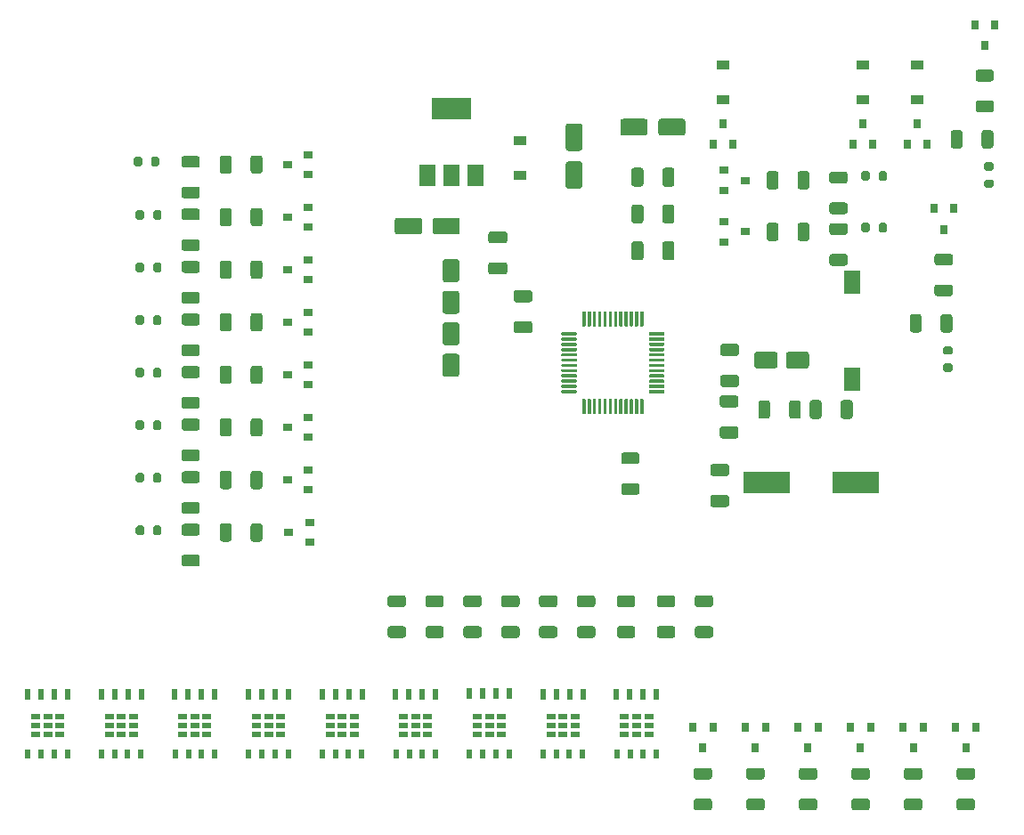
<source format=gbr>
%TF.GenerationSoftware,KiCad,Pcbnew,5.1.8-db9833491~87~ubuntu18.04.1*%
%TF.CreationDate,2020-11-06T20:34:02+01:00*%
%TF.ProjectId,DAC ADC PWM IO,44414320-4144-4432-9050-574d20494f2e,rev?*%
%TF.SameCoordinates,Original*%
%TF.FileFunction,Paste,Top*%
%TF.FilePolarity,Positive*%
%FSLAX46Y46*%
G04 Gerber Fmt 4.6, Leading zero omitted, Abs format (unit mm)*
G04 Created by KiCad (PCBNEW 5.1.8-db9833491~87~ubuntu18.04.1) date 2020-11-06 20:34:02*
%MOMM*%
%LPD*%
G01*
G04 APERTURE LIST*
%ADD10R,1.600000X2.180000*%
%ADD11R,3.800000X2.000000*%
%ADD12R,1.500000X2.000000*%
%ADD13R,1.200000X0.900000*%
%ADD14R,4.500000X2.000000*%
%ADD15R,0.900000X0.600000*%
%ADD16R,0.600000X0.900000*%
%ADD17R,0.600000X1.050000*%
%ADD18R,0.900000X0.800000*%
%ADD19R,0.800000X0.900000*%
G04 APERTURE END LIST*
D10*
%TO.C,SW1*%
X179400000Y-86410000D03*
X179400000Y-95590000D03*
%TD*%
%TO.C,C6*%
G36*
G01*
X159550000Y-82749999D02*
X159550000Y-84050001D01*
G75*
G02*
X159300001Y-84300000I-249999J0D01*
G01*
X158649999Y-84300000D01*
G75*
G02*
X158400000Y-84050001I0J249999D01*
G01*
X158400000Y-82749999D01*
G75*
G02*
X158649999Y-82500000I249999J0D01*
G01*
X159300001Y-82500000D01*
G75*
G02*
X159550000Y-82749999I0J-249999D01*
G01*
G37*
G36*
G01*
X162500000Y-82749999D02*
X162500000Y-84050001D01*
G75*
G02*
X162250001Y-84300000I-249999J0D01*
G01*
X161599999Y-84300000D01*
G75*
G02*
X161350000Y-84050001I0J249999D01*
G01*
X161350000Y-82749999D01*
G75*
G02*
X161599999Y-82500000I249999J0D01*
G01*
X162250001Y-82500000D01*
G75*
G02*
X162500000Y-82749999I0J-249999D01*
G01*
G37*
%TD*%
%TO.C,C7*%
G36*
G01*
X162500000Y-79249999D02*
X162500000Y-80550001D01*
G75*
G02*
X162250001Y-80800000I-249999J0D01*
G01*
X161599999Y-80800000D01*
G75*
G02*
X161350000Y-80550001I0J249999D01*
G01*
X161350000Y-79249999D01*
G75*
G02*
X161599999Y-79000000I249999J0D01*
G01*
X162250001Y-79000000D01*
G75*
G02*
X162500000Y-79249999I0J-249999D01*
G01*
G37*
G36*
G01*
X159550000Y-79249999D02*
X159550000Y-80550001D01*
G75*
G02*
X159300001Y-80800000I-249999J0D01*
G01*
X158649999Y-80800000D01*
G75*
G02*
X158400000Y-80550001I0J249999D01*
G01*
X158400000Y-79249999D01*
G75*
G02*
X158649999Y-79000000I249999J0D01*
G01*
X159300001Y-79000000D01*
G75*
G02*
X159550000Y-79249999I0J-249999D01*
G01*
G37*
%TD*%
%TO.C,C8*%
G36*
G01*
X159550000Y-75749999D02*
X159550000Y-77050001D01*
G75*
G02*
X159300001Y-77300000I-249999J0D01*
G01*
X158649999Y-77300000D01*
G75*
G02*
X158400000Y-77050001I0J249999D01*
G01*
X158400000Y-75749999D01*
G75*
G02*
X158649999Y-75500000I249999J0D01*
G01*
X159300001Y-75500000D01*
G75*
G02*
X159550000Y-75749999I0J-249999D01*
G01*
G37*
G36*
G01*
X162500000Y-75749999D02*
X162500000Y-77050001D01*
G75*
G02*
X162250001Y-77300000I-249999J0D01*
G01*
X161599999Y-77300000D01*
G75*
G02*
X161350000Y-77050001I0J249999D01*
G01*
X161350000Y-75749999D01*
G75*
G02*
X161599999Y-75500000I249999J0D01*
G01*
X162250001Y-75500000D01*
G75*
G02*
X162500000Y-75749999I0J-249999D01*
G01*
G37*
%TD*%
%TO.C,C9*%
G36*
G01*
X163550000Y-71100000D02*
X163550000Y-72200000D01*
G75*
G02*
X163300000Y-72450000I-250000J0D01*
G01*
X161200000Y-72450000D01*
G75*
G02*
X160950000Y-72200000I0J250000D01*
G01*
X160950000Y-71100000D01*
G75*
G02*
X161200000Y-70850000I250000J0D01*
G01*
X163300000Y-70850000D01*
G75*
G02*
X163550000Y-71100000I0J-250000D01*
G01*
G37*
G36*
G01*
X159950000Y-71100000D02*
X159950000Y-72200000D01*
G75*
G02*
X159700000Y-72450000I-250000J0D01*
G01*
X157600000Y-72450000D01*
G75*
G02*
X157350000Y-72200000I0J250000D01*
G01*
X157350000Y-71100000D01*
G75*
G02*
X157600000Y-70850000I250000J0D01*
G01*
X159700000Y-70850000D01*
G75*
G02*
X159950000Y-71100000I0J-250000D01*
G01*
G37*
%TD*%
%TO.C,C11*%
G36*
G01*
X140700000Y-90200000D02*
X141800000Y-90200000D01*
G75*
G02*
X142050000Y-90450000I0J-250000D01*
G01*
X142050000Y-92150000D01*
G75*
G02*
X141800000Y-92400000I-250000J0D01*
G01*
X140700000Y-92400000D01*
G75*
G02*
X140450000Y-92150000I0J250000D01*
G01*
X140450000Y-90450000D01*
G75*
G02*
X140700000Y-90200000I250000J0D01*
G01*
G37*
G36*
G01*
X140700000Y-93200000D02*
X141800000Y-93200000D01*
G75*
G02*
X142050000Y-93450000I0J-250000D01*
G01*
X142050000Y-95150000D01*
G75*
G02*
X141800000Y-95400000I-250000J0D01*
G01*
X140700000Y-95400000D01*
G75*
G02*
X140450000Y-95150000I0J250000D01*
G01*
X140450000Y-93450000D01*
G75*
G02*
X140700000Y-93200000I250000J0D01*
G01*
G37*
%TD*%
%TO.C,C14*%
G36*
G01*
X167099999Y-92250000D02*
X168400001Y-92250000D01*
G75*
G02*
X168650000Y-92499999I0J-249999D01*
G01*
X168650000Y-93150001D01*
G75*
G02*
X168400001Y-93400000I-249999J0D01*
G01*
X167099999Y-93400000D01*
G75*
G02*
X166850000Y-93150001I0J249999D01*
G01*
X166850000Y-92499999D01*
G75*
G02*
X167099999Y-92250000I249999J0D01*
G01*
G37*
G36*
G01*
X167099999Y-95200000D02*
X168400001Y-95200000D01*
G75*
G02*
X168650000Y-95449999I0J-249999D01*
G01*
X168650000Y-96100001D01*
G75*
G02*
X168400001Y-96350000I-249999J0D01*
G01*
X167099999Y-96350000D01*
G75*
G02*
X166850000Y-96100001I0J249999D01*
G01*
X166850000Y-95449999D01*
G75*
G02*
X167099999Y-95200000I249999J0D01*
G01*
G37*
%TD*%
%TO.C,U1*%
G36*
G01*
X161550000Y-96725000D02*
X161550000Y-96875000D01*
G75*
G02*
X161475000Y-96950000I-75000J0D01*
G01*
X160150000Y-96950000D01*
G75*
G02*
X160075000Y-96875000I0J75000D01*
G01*
X160075000Y-96725000D01*
G75*
G02*
X160150000Y-96650000I75000J0D01*
G01*
X161475000Y-96650000D01*
G75*
G02*
X161550000Y-96725000I0J-75000D01*
G01*
G37*
G36*
G01*
X161550000Y-96225000D02*
X161550000Y-96375000D01*
G75*
G02*
X161475000Y-96450000I-75000J0D01*
G01*
X160150000Y-96450000D01*
G75*
G02*
X160075000Y-96375000I0J75000D01*
G01*
X160075000Y-96225000D01*
G75*
G02*
X160150000Y-96150000I75000J0D01*
G01*
X161475000Y-96150000D01*
G75*
G02*
X161550000Y-96225000I0J-75000D01*
G01*
G37*
G36*
G01*
X161550000Y-95725000D02*
X161550000Y-95875000D01*
G75*
G02*
X161475000Y-95950000I-75000J0D01*
G01*
X160150000Y-95950000D01*
G75*
G02*
X160075000Y-95875000I0J75000D01*
G01*
X160075000Y-95725000D01*
G75*
G02*
X160150000Y-95650000I75000J0D01*
G01*
X161475000Y-95650000D01*
G75*
G02*
X161550000Y-95725000I0J-75000D01*
G01*
G37*
G36*
G01*
X161550000Y-95225000D02*
X161550000Y-95375000D01*
G75*
G02*
X161475000Y-95450000I-75000J0D01*
G01*
X160150000Y-95450000D01*
G75*
G02*
X160075000Y-95375000I0J75000D01*
G01*
X160075000Y-95225000D01*
G75*
G02*
X160150000Y-95150000I75000J0D01*
G01*
X161475000Y-95150000D01*
G75*
G02*
X161550000Y-95225000I0J-75000D01*
G01*
G37*
G36*
G01*
X161550000Y-94725000D02*
X161550000Y-94875000D01*
G75*
G02*
X161475000Y-94950000I-75000J0D01*
G01*
X160150000Y-94950000D01*
G75*
G02*
X160075000Y-94875000I0J75000D01*
G01*
X160075000Y-94725000D01*
G75*
G02*
X160150000Y-94650000I75000J0D01*
G01*
X161475000Y-94650000D01*
G75*
G02*
X161550000Y-94725000I0J-75000D01*
G01*
G37*
G36*
G01*
X161550000Y-94225000D02*
X161550000Y-94375000D01*
G75*
G02*
X161475000Y-94450000I-75000J0D01*
G01*
X160150000Y-94450000D01*
G75*
G02*
X160075000Y-94375000I0J75000D01*
G01*
X160075000Y-94225000D01*
G75*
G02*
X160150000Y-94150000I75000J0D01*
G01*
X161475000Y-94150000D01*
G75*
G02*
X161550000Y-94225000I0J-75000D01*
G01*
G37*
G36*
G01*
X161550000Y-93725000D02*
X161550000Y-93875000D01*
G75*
G02*
X161475000Y-93950000I-75000J0D01*
G01*
X160150000Y-93950000D01*
G75*
G02*
X160075000Y-93875000I0J75000D01*
G01*
X160075000Y-93725000D01*
G75*
G02*
X160150000Y-93650000I75000J0D01*
G01*
X161475000Y-93650000D01*
G75*
G02*
X161550000Y-93725000I0J-75000D01*
G01*
G37*
G36*
G01*
X161550000Y-93225000D02*
X161550000Y-93375000D01*
G75*
G02*
X161475000Y-93450000I-75000J0D01*
G01*
X160150000Y-93450000D01*
G75*
G02*
X160075000Y-93375000I0J75000D01*
G01*
X160075000Y-93225000D01*
G75*
G02*
X160150000Y-93150000I75000J0D01*
G01*
X161475000Y-93150000D01*
G75*
G02*
X161550000Y-93225000I0J-75000D01*
G01*
G37*
G36*
G01*
X161550000Y-92725000D02*
X161550000Y-92875000D01*
G75*
G02*
X161475000Y-92950000I-75000J0D01*
G01*
X160150000Y-92950000D01*
G75*
G02*
X160075000Y-92875000I0J75000D01*
G01*
X160075000Y-92725000D01*
G75*
G02*
X160150000Y-92650000I75000J0D01*
G01*
X161475000Y-92650000D01*
G75*
G02*
X161550000Y-92725000I0J-75000D01*
G01*
G37*
G36*
G01*
X161550000Y-92225000D02*
X161550000Y-92375000D01*
G75*
G02*
X161475000Y-92450000I-75000J0D01*
G01*
X160150000Y-92450000D01*
G75*
G02*
X160075000Y-92375000I0J75000D01*
G01*
X160075000Y-92225000D01*
G75*
G02*
X160150000Y-92150000I75000J0D01*
G01*
X161475000Y-92150000D01*
G75*
G02*
X161550000Y-92225000I0J-75000D01*
G01*
G37*
G36*
G01*
X161550000Y-91725000D02*
X161550000Y-91875000D01*
G75*
G02*
X161475000Y-91950000I-75000J0D01*
G01*
X160150000Y-91950000D01*
G75*
G02*
X160075000Y-91875000I0J75000D01*
G01*
X160075000Y-91725000D01*
G75*
G02*
X160150000Y-91650000I75000J0D01*
G01*
X161475000Y-91650000D01*
G75*
G02*
X161550000Y-91725000I0J-75000D01*
G01*
G37*
G36*
G01*
X161550000Y-91225000D02*
X161550000Y-91375000D01*
G75*
G02*
X161475000Y-91450000I-75000J0D01*
G01*
X160150000Y-91450000D01*
G75*
G02*
X160075000Y-91375000I0J75000D01*
G01*
X160075000Y-91225000D01*
G75*
G02*
X160150000Y-91150000I75000J0D01*
G01*
X161475000Y-91150000D01*
G75*
G02*
X161550000Y-91225000I0J-75000D01*
G01*
G37*
G36*
G01*
X159550000Y-89225000D02*
X159550000Y-90550000D01*
G75*
G02*
X159475000Y-90625000I-75000J0D01*
G01*
X159325000Y-90625000D01*
G75*
G02*
X159250000Y-90550000I0J75000D01*
G01*
X159250000Y-89225000D01*
G75*
G02*
X159325000Y-89150000I75000J0D01*
G01*
X159475000Y-89150000D01*
G75*
G02*
X159550000Y-89225000I0J-75000D01*
G01*
G37*
G36*
G01*
X159050000Y-89225000D02*
X159050000Y-90550000D01*
G75*
G02*
X158975000Y-90625000I-75000J0D01*
G01*
X158825000Y-90625000D01*
G75*
G02*
X158750000Y-90550000I0J75000D01*
G01*
X158750000Y-89225000D01*
G75*
G02*
X158825000Y-89150000I75000J0D01*
G01*
X158975000Y-89150000D01*
G75*
G02*
X159050000Y-89225000I0J-75000D01*
G01*
G37*
G36*
G01*
X158550000Y-89225000D02*
X158550000Y-90550000D01*
G75*
G02*
X158475000Y-90625000I-75000J0D01*
G01*
X158325000Y-90625000D01*
G75*
G02*
X158250000Y-90550000I0J75000D01*
G01*
X158250000Y-89225000D01*
G75*
G02*
X158325000Y-89150000I75000J0D01*
G01*
X158475000Y-89150000D01*
G75*
G02*
X158550000Y-89225000I0J-75000D01*
G01*
G37*
G36*
G01*
X158050000Y-89225000D02*
X158050000Y-90550000D01*
G75*
G02*
X157975000Y-90625000I-75000J0D01*
G01*
X157825000Y-90625000D01*
G75*
G02*
X157750000Y-90550000I0J75000D01*
G01*
X157750000Y-89225000D01*
G75*
G02*
X157825000Y-89150000I75000J0D01*
G01*
X157975000Y-89150000D01*
G75*
G02*
X158050000Y-89225000I0J-75000D01*
G01*
G37*
G36*
G01*
X157550000Y-89225000D02*
X157550000Y-90550000D01*
G75*
G02*
X157475000Y-90625000I-75000J0D01*
G01*
X157325000Y-90625000D01*
G75*
G02*
X157250000Y-90550000I0J75000D01*
G01*
X157250000Y-89225000D01*
G75*
G02*
X157325000Y-89150000I75000J0D01*
G01*
X157475000Y-89150000D01*
G75*
G02*
X157550000Y-89225000I0J-75000D01*
G01*
G37*
G36*
G01*
X157050000Y-89225000D02*
X157050000Y-90550000D01*
G75*
G02*
X156975000Y-90625000I-75000J0D01*
G01*
X156825000Y-90625000D01*
G75*
G02*
X156750000Y-90550000I0J75000D01*
G01*
X156750000Y-89225000D01*
G75*
G02*
X156825000Y-89150000I75000J0D01*
G01*
X156975000Y-89150000D01*
G75*
G02*
X157050000Y-89225000I0J-75000D01*
G01*
G37*
G36*
G01*
X156550000Y-89225000D02*
X156550000Y-90550000D01*
G75*
G02*
X156475000Y-90625000I-75000J0D01*
G01*
X156325000Y-90625000D01*
G75*
G02*
X156250000Y-90550000I0J75000D01*
G01*
X156250000Y-89225000D01*
G75*
G02*
X156325000Y-89150000I75000J0D01*
G01*
X156475000Y-89150000D01*
G75*
G02*
X156550000Y-89225000I0J-75000D01*
G01*
G37*
G36*
G01*
X156050000Y-89225000D02*
X156050000Y-90550000D01*
G75*
G02*
X155975000Y-90625000I-75000J0D01*
G01*
X155825000Y-90625000D01*
G75*
G02*
X155750000Y-90550000I0J75000D01*
G01*
X155750000Y-89225000D01*
G75*
G02*
X155825000Y-89150000I75000J0D01*
G01*
X155975000Y-89150000D01*
G75*
G02*
X156050000Y-89225000I0J-75000D01*
G01*
G37*
G36*
G01*
X155550000Y-89225000D02*
X155550000Y-90550000D01*
G75*
G02*
X155475000Y-90625000I-75000J0D01*
G01*
X155325000Y-90625000D01*
G75*
G02*
X155250000Y-90550000I0J75000D01*
G01*
X155250000Y-89225000D01*
G75*
G02*
X155325000Y-89150000I75000J0D01*
G01*
X155475000Y-89150000D01*
G75*
G02*
X155550000Y-89225000I0J-75000D01*
G01*
G37*
G36*
G01*
X155050000Y-89225000D02*
X155050000Y-90550000D01*
G75*
G02*
X154975000Y-90625000I-75000J0D01*
G01*
X154825000Y-90625000D01*
G75*
G02*
X154750000Y-90550000I0J75000D01*
G01*
X154750000Y-89225000D01*
G75*
G02*
X154825000Y-89150000I75000J0D01*
G01*
X154975000Y-89150000D01*
G75*
G02*
X155050000Y-89225000I0J-75000D01*
G01*
G37*
G36*
G01*
X154550000Y-89225000D02*
X154550000Y-90550000D01*
G75*
G02*
X154475000Y-90625000I-75000J0D01*
G01*
X154325000Y-90625000D01*
G75*
G02*
X154250000Y-90550000I0J75000D01*
G01*
X154250000Y-89225000D01*
G75*
G02*
X154325000Y-89150000I75000J0D01*
G01*
X154475000Y-89150000D01*
G75*
G02*
X154550000Y-89225000I0J-75000D01*
G01*
G37*
G36*
G01*
X154050000Y-89225000D02*
X154050000Y-90550000D01*
G75*
G02*
X153975000Y-90625000I-75000J0D01*
G01*
X153825000Y-90625000D01*
G75*
G02*
X153750000Y-90550000I0J75000D01*
G01*
X153750000Y-89225000D01*
G75*
G02*
X153825000Y-89150000I75000J0D01*
G01*
X153975000Y-89150000D01*
G75*
G02*
X154050000Y-89225000I0J-75000D01*
G01*
G37*
G36*
G01*
X153225000Y-91225000D02*
X153225000Y-91375000D01*
G75*
G02*
X153150000Y-91450000I-75000J0D01*
G01*
X151825000Y-91450000D01*
G75*
G02*
X151750000Y-91375000I0J75000D01*
G01*
X151750000Y-91225000D01*
G75*
G02*
X151825000Y-91150000I75000J0D01*
G01*
X153150000Y-91150000D01*
G75*
G02*
X153225000Y-91225000I0J-75000D01*
G01*
G37*
G36*
G01*
X153225000Y-91725000D02*
X153225000Y-91875000D01*
G75*
G02*
X153150000Y-91950000I-75000J0D01*
G01*
X151825000Y-91950000D01*
G75*
G02*
X151750000Y-91875000I0J75000D01*
G01*
X151750000Y-91725000D01*
G75*
G02*
X151825000Y-91650000I75000J0D01*
G01*
X153150000Y-91650000D01*
G75*
G02*
X153225000Y-91725000I0J-75000D01*
G01*
G37*
G36*
G01*
X153225000Y-92225000D02*
X153225000Y-92375000D01*
G75*
G02*
X153150000Y-92450000I-75000J0D01*
G01*
X151825000Y-92450000D01*
G75*
G02*
X151750000Y-92375000I0J75000D01*
G01*
X151750000Y-92225000D01*
G75*
G02*
X151825000Y-92150000I75000J0D01*
G01*
X153150000Y-92150000D01*
G75*
G02*
X153225000Y-92225000I0J-75000D01*
G01*
G37*
G36*
G01*
X153225000Y-92725000D02*
X153225000Y-92875000D01*
G75*
G02*
X153150000Y-92950000I-75000J0D01*
G01*
X151825000Y-92950000D01*
G75*
G02*
X151750000Y-92875000I0J75000D01*
G01*
X151750000Y-92725000D01*
G75*
G02*
X151825000Y-92650000I75000J0D01*
G01*
X153150000Y-92650000D01*
G75*
G02*
X153225000Y-92725000I0J-75000D01*
G01*
G37*
G36*
G01*
X153225000Y-93225000D02*
X153225000Y-93375000D01*
G75*
G02*
X153150000Y-93450000I-75000J0D01*
G01*
X151825000Y-93450000D01*
G75*
G02*
X151750000Y-93375000I0J75000D01*
G01*
X151750000Y-93225000D01*
G75*
G02*
X151825000Y-93150000I75000J0D01*
G01*
X153150000Y-93150000D01*
G75*
G02*
X153225000Y-93225000I0J-75000D01*
G01*
G37*
G36*
G01*
X153225000Y-93725000D02*
X153225000Y-93875000D01*
G75*
G02*
X153150000Y-93950000I-75000J0D01*
G01*
X151825000Y-93950000D01*
G75*
G02*
X151750000Y-93875000I0J75000D01*
G01*
X151750000Y-93725000D01*
G75*
G02*
X151825000Y-93650000I75000J0D01*
G01*
X153150000Y-93650000D01*
G75*
G02*
X153225000Y-93725000I0J-75000D01*
G01*
G37*
G36*
G01*
X153225000Y-94225000D02*
X153225000Y-94375000D01*
G75*
G02*
X153150000Y-94450000I-75000J0D01*
G01*
X151825000Y-94450000D01*
G75*
G02*
X151750000Y-94375000I0J75000D01*
G01*
X151750000Y-94225000D01*
G75*
G02*
X151825000Y-94150000I75000J0D01*
G01*
X153150000Y-94150000D01*
G75*
G02*
X153225000Y-94225000I0J-75000D01*
G01*
G37*
G36*
G01*
X153225000Y-94725000D02*
X153225000Y-94875000D01*
G75*
G02*
X153150000Y-94950000I-75000J0D01*
G01*
X151825000Y-94950000D01*
G75*
G02*
X151750000Y-94875000I0J75000D01*
G01*
X151750000Y-94725000D01*
G75*
G02*
X151825000Y-94650000I75000J0D01*
G01*
X153150000Y-94650000D01*
G75*
G02*
X153225000Y-94725000I0J-75000D01*
G01*
G37*
G36*
G01*
X153225000Y-95225000D02*
X153225000Y-95375000D01*
G75*
G02*
X153150000Y-95450000I-75000J0D01*
G01*
X151825000Y-95450000D01*
G75*
G02*
X151750000Y-95375000I0J75000D01*
G01*
X151750000Y-95225000D01*
G75*
G02*
X151825000Y-95150000I75000J0D01*
G01*
X153150000Y-95150000D01*
G75*
G02*
X153225000Y-95225000I0J-75000D01*
G01*
G37*
G36*
G01*
X153225000Y-95725000D02*
X153225000Y-95875000D01*
G75*
G02*
X153150000Y-95950000I-75000J0D01*
G01*
X151825000Y-95950000D01*
G75*
G02*
X151750000Y-95875000I0J75000D01*
G01*
X151750000Y-95725000D01*
G75*
G02*
X151825000Y-95650000I75000J0D01*
G01*
X153150000Y-95650000D01*
G75*
G02*
X153225000Y-95725000I0J-75000D01*
G01*
G37*
G36*
G01*
X153225000Y-96225000D02*
X153225000Y-96375000D01*
G75*
G02*
X153150000Y-96450000I-75000J0D01*
G01*
X151825000Y-96450000D01*
G75*
G02*
X151750000Y-96375000I0J75000D01*
G01*
X151750000Y-96225000D01*
G75*
G02*
X151825000Y-96150000I75000J0D01*
G01*
X153150000Y-96150000D01*
G75*
G02*
X153225000Y-96225000I0J-75000D01*
G01*
G37*
G36*
G01*
X153225000Y-96725000D02*
X153225000Y-96875000D01*
G75*
G02*
X153150000Y-96950000I-75000J0D01*
G01*
X151825000Y-96950000D01*
G75*
G02*
X151750000Y-96875000I0J75000D01*
G01*
X151750000Y-96725000D01*
G75*
G02*
X151825000Y-96650000I75000J0D01*
G01*
X153150000Y-96650000D01*
G75*
G02*
X153225000Y-96725000I0J-75000D01*
G01*
G37*
G36*
G01*
X154050000Y-97550000D02*
X154050000Y-98875000D01*
G75*
G02*
X153975000Y-98950000I-75000J0D01*
G01*
X153825000Y-98950000D01*
G75*
G02*
X153750000Y-98875000I0J75000D01*
G01*
X153750000Y-97550000D01*
G75*
G02*
X153825000Y-97475000I75000J0D01*
G01*
X153975000Y-97475000D01*
G75*
G02*
X154050000Y-97550000I0J-75000D01*
G01*
G37*
G36*
G01*
X154550000Y-97550000D02*
X154550000Y-98875000D01*
G75*
G02*
X154475000Y-98950000I-75000J0D01*
G01*
X154325000Y-98950000D01*
G75*
G02*
X154250000Y-98875000I0J75000D01*
G01*
X154250000Y-97550000D01*
G75*
G02*
X154325000Y-97475000I75000J0D01*
G01*
X154475000Y-97475000D01*
G75*
G02*
X154550000Y-97550000I0J-75000D01*
G01*
G37*
G36*
G01*
X155050000Y-97550000D02*
X155050000Y-98875000D01*
G75*
G02*
X154975000Y-98950000I-75000J0D01*
G01*
X154825000Y-98950000D01*
G75*
G02*
X154750000Y-98875000I0J75000D01*
G01*
X154750000Y-97550000D01*
G75*
G02*
X154825000Y-97475000I75000J0D01*
G01*
X154975000Y-97475000D01*
G75*
G02*
X155050000Y-97550000I0J-75000D01*
G01*
G37*
G36*
G01*
X155550000Y-97550000D02*
X155550000Y-98875000D01*
G75*
G02*
X155475000Y-98950000I-75000J0D01*
G01*
X155325000Y-98950000D01*
G75*
G02*
X155250000Y-98875000I0J75000D01*
G01*
X155250000Y-97550000D01*
G75*
G02*
X155325000Y-97475000I75000J0D01*
G01*
X155475000Y-97475000D01*
G75*
G02*
X155550000Y-97550000I0J-75000D01*
G01*
G37*
G36*
G01*
X156050000Y-97550000D02*
X156050000Y-98875000D01*
G75*
G02*
X155975000Y-98950000I-75000J0D01*
G01*
X155825000Y-98950000D01*
G75*
G02*
X155750000Y-98875000I0J75000D01*
G01*
X155750000Y-97550000D01*
G75*
G02*
X155825000Y-97475000I75000J0D01*
G01*
X155975000Y-97475000D01*
G75*
G02*
X156050000Y-97550000I0J-75000D01*
G01*
G37*
G36*
G01*
X156550000Y-97550000D02*
X156550000Y-98875000D01*
G75*
G02*
X156475000Y-98950000I-75000J0D01*
G01*
X156325000Y-98950000D01*
G75*
G02*
X156250000Y-98875000I0J75000D01*
G01*
X156250000Y-97550000D01*
G75*
G02*
X156325000Y-97475000I75000J0D01*
G01*
X156475000Y-97475000D01*
G75*
G02*
X156550000Y-97550000I0J-75000D01*
G01*
G37*
G36*
G01*
X157050000Y-97550000D02*
X157050000Y-98875000D01*
G75*
G02*
X156975000Y-98950000I-75000J0D01*
G01*
X156825000Y-98950000D01*
G75*
G02*
X156750000Y-98875000I0J75000D01*
G01*
X156750000Y-97550000D01*
G75*
G02*
X156825000Y-97475000I75000J0D01*
G01*
X156975000Y-97475000D01*
G75*
G02*
X157050000Y-97550000I0J-75000D01*
G01*
G37*
G36*
G01*
X157550000Y-97550000D02*
X157550000Y-98875000D01*
G75*
G02*
X157475000Y-98950000I-75000J0D01*
G01*
X157325000Y-98950000D01*
G75*
G02*
X157250000Y-98875000I0J75000D01*
G01*
X157250000Y-97550000D01*
G75*
G02*
X157325000Y-97475000I75000J0D01*
G01*
X157475000Y-97475000D01*
G75*
G02*
X157550000Y-97550000I0J-75000D01*
G01*
G37*
G36*
G01*
X158050000Y-97550000D02*
X158050000Y-98875000D01*
G75*
G02*
X157975000Y-98950000I-75000J0D01*
G01*
X157825000Y-98950000D01*
G75*
G02*
X157750000Y-98875000I0J75000D01*
G01*
X157750000Y-97550000D01*
G75*
G02*
X157825000Y-97475000I75000J0D01*
G01*
X157975000Y-97475000D01*
G75*
G02*
X158050000Y-97550000I0J-75000D01*
G01*
G37*
G36*
G01*
X158550000Y-97550000D02*
X158550000Y-98875000D01*
G75*
G02*
X158475000Y-98950000I-75000J0D01*
G01*
X158325000Y-98950000D01*
G75*
G02*
X158250000Y-98875000I0J75000D01*
G01*
X158250000Y-97550000D01*
G75*
G02*
X158325000Y-97475000I75000J0D01*
G01*
X158475000Y-97475000D01*
G75*
G02*
X158550000Y-97550000I0J-75000D01*
G01*
G37*
G36*
G01*
X159050000Y-97550000D02*
X159050000Y-98875000D01*
G75*
G02*
X158975000Y-98950000I-75000J0D01*
G01*
X158825000Y-98950000D01*
G75*
G02*
X158750000Y-98875000I0J75000D01*
G01*
X158750000Y-97550000D01*
G75*
G02*
X158825000Y-97475000I75000J0D01*
G01*
X158975000Y-97475000D01*
G75*
G02*
X159050000Y-97550000I0J-75000D01*
G01*
G37*
G36*
G01*
X159550000Y-97550000D02*
X159550000Y-98875000D01*
G75*
G02*
X159475000Y-98950000I-75000J0D01*
G01*
X159325000Y-98950000D01*
G75*
G02*
X159250000Y-98875000I0J75000D01*
G01*
X159250000Y-97550000D01*
G75*
G02*
X159325000Y-97475000I75000J0D01*
G01*
X159475000Y-97475000D01*
G75*
G02*
X159550000Y-97550000I0J-75000D01*
G01*
G37*
%TD*%
D11*
%TO.C,U2*%
X141300000Y-69900000D03*
D12*
X141300000Y-76200000D03*
X143600000Y-76200000D03*
X139000000Y-76200000D03*
%TD*%
%TO.C,C2*%
G36*
G01*
X153500000Y-73900000D02*
X152400000Y-73900000D01*
G75*
G02*
X152150000Y-73650000I0J250000D01*
G01*
X152150000Y-71550000D01*
G75*
G02*
X152400000Y-71300000I250000J0D01*
G01*
X153500000Y-71300000D01*
G75*
G02*
X153750000Y-71550000I0J-250000D01*
G01*
X153750000Y-73650000D01*
G75*
G02*
X153500000Y-73900000I-250000J0D01*
G01*
G37*
G36*
G01*
X153500000Y-77500000D02*
X152400000Y-77500000D01*
G75*
G02*
X152150000Y-77250000I0J250000D01*
G01*
X152150000Y-75150000D01*
G75*
G02*
X152400000Y-74900000I250000J0D01*
G01*
X153500000Y-74900000D01*
G75*
G02*
X153750000Y-75150000I0J-250000D01*
G01*
X153750000Y-77250000D01*
G75*
G02*
X153500000Y-77500000I-250000J0D01*
G01*
G37*
%TD*%
%TO.C,C5*%
G36*
G01*
X142100000Y-80500000D02*
X142100000Y-81600000D01*
G75*
G02*
X141850000Y-81850000I-250000J0D01*
G01*
X139750000Y-81850000D01*
G75*
G02*
X139500000Y-81600000I0J250000D01*
G01*
X139500000Y-80500000D01*
G75*
G02*
X139750000Y-80250000I250000J0D01*
G01*
X141850000Y-80250000D01*
G75*
G02*
X142100000Y-80500000I0J-250000D01*
G01*
G37*
G36*
G01*
X138500000Y-80500000D02*
X138500000Y-81600000D01*
G75*
G02*
X138250000Y-81850000I-250000J0D01*
G01*
X136150000Y-81850000D01*
G75*
G02*
X135900000Y-81600000I0J250000D01*
G01*
X135900000Y-80500000D01*
G75*
G02*
X136150000Y-80250000I250000J0D01*
G01*
X138250000Y-80250000D01*
G75*
G02*
X138500000Y-80500000I0J-250000D01*
G01*
G37*
%TD*%
%TO.C,C10*%
G36*
G01*
X148750001Y-88300000D02*
X147449999Y-88300000D01*
G75*
G02*
X147200000Y-88050001I0J249999D01*
G01*
X147200000Y-87399999D01*
G75*
G02*
X147449999Y-87150000I249999J0D01*
G01*
X148750001Y-87150000D01*
G75*
G02*
X149000000Y-87399999I0J-249999D01*
G01*
X149000000Y-88050001D01*
G75*
G02*
X148750001Y-88300000I-249999J0D01*
G01*
G37*
G36*
G01*
X148750001Y-91250000D02*
X147449999Y-91250000D01*
G75*
G02*
X147200000Y-91000001I0J249999D01*
G01*
X147200000Y-90349999D01*
G75*
G02*
X147449999Y-90100000I249999J0D01*
G01*
X148750001Y-90100000D01*
G75*
G02*
X149000000Y-90349999I0J-249999D01*
G01*
X149000000Y-91000001D01*
G75*
G02*
X148750001Y-91250000I-249999J0D01*
G01*
G37*
%TD*%
%TO.C,C15*%
G36*
G01*
X170100000Y-94350000D02*
X170100000Y-93250000D01*
G75*
G02*
X170350000Y-93000000I250000J0D01*
G01*
X172050000Y-93000000D01*
G75*
G02*
X172300000Y-93250000I0J-250000D01*
G01*
X172300000Y-94350000D01*
G75*
G02*
X172050000Y-94600000I-250000J0D01*
G01*
X170350000Y-94600000D01*
G75*
G02*
X170100000Y-94350000I0J250000D01*
G01*
G37*
G36*
G01*
X173100000Y-94350000D02*
X173100000Y-93250000D01*
G75*
G02*
X173350000Y-93000000I250000J0D01*
G01*
X175050000Y-93000000D01*
G75*
G02*
X175300000Y-93250000I0J-250000D01*
G01*
X175300000Y-94350000D01*
G75*
G02*
X175050000Y-94600000I-250000J0D01*
G01*
X173350000Y-94600000D01*
G75*
G02*
X173100000Y-94350000I0J250000D01*
G01*
G37*
%TD*%
%TO.C,C16*%
G36*
G01*
X146350001Y-82700000D02*
X145049999Y-82700000D01*
G75*
G02*
X144800000Y-82450001I0J249999D01*
G01*
X144800000Y-81799999D01*
G75*
G02*
X145049999Y-81550000I249999J0D01*
G01*
X146350001Y-81550000D01*
G75*
G02*
X146600000Y-81799999I0J-249999D01*
G01*
X146600000Y-82450001D01*
G75*
G02*
X146350001Y-82700000I-249999J0D01*
G01*
G37*
G36*
G01*
X146350001Y-85650000D02*
X145049999Y-85650000D01*
G75*
G02*
X144800000Y-85400001I0J249999D01*
G01*
X144800000Y-84749999D01*
G75*
G02*
X145049999Y-84500000I249999J0D01*
G01*
X146350001Y-84500000D01*
G75*
G02*
X146600000Y-84749999I0J-249999D01*
G01*
X146600000Y-85400001D01*
G75*
G02*
X146350001Y-85650000I-249999J0D01*
G01*
G37*
%TD*%
%TO.C,C17*%
G36*
G01*
X140700000Y-87200000D02*
X141800000Y-87200000D01*
G75*
G02*
X142050000Y-87450000I0J-250000D01*
G01*
X142050000Y-89150000D01*
G75*
G02*
X141800000Y-89400000I-250000J0D01*
G01*
X140700000Y-89400000D01*
G75*
G02*
X140450000Y-89150000I0J250000D01*
G01*
X140450000Y-87450000D01*
G75*
G02*
X140700000Y-87200000I250000J0D01*
G01*
G37*
G36*
G01*
X140700000Y-84200000D02*
X141800000Y-84200000D01*
G75*
G02*
X142050000Y-84450000I0J-250000D01*
G01*
X142050000Y-86150000D01*
G75*
G02*
X141800000Y-86400000I-250000J0D01*
G01*
X140700000Y-86400000D01*
G75*
G02*
X140450000Y-86150000I0J250000D01*
G01*
X140450000Y-84450000D01*
G75*
G02*
X140700000Y-84200000I250000J0D01*
G01*
G37*
%TD*%
D13*
%TO.C,D1*%
X147800000Y-76200000D03*
X147800000Y-72900000D03*
%TD*%
%TO.C,C1*%
G36*
G01*
X167049999Y-100100000D02*
X168350001Y-100100000D01*
G75*
G02*
X168600000Y-100349999I0J-249999D01*
G01*
X168600000Y-101000001D01*
G75*
G02*
X168350001Y-101250000I-249999J0D01*
G01*
X167049999Y-101250000D01*
G75*
G02*
X166800000Y-101000001I0J249999D01*
G01*
X166800000Y-100349999D01*
G75*
G02*
X167049999Y-100100000I249999J0D01*
G01*
G37*
G36*
G01*
X167049999Y-97150000D02*
X168350001Y-97150000D01*
G75*
G02*
X168600000Y-97399999I0J-249999D01*
G01*
X168600000Y-98050001D01*
G75*
G02*
X168350001Y-98300000I-249999J0D01*
G01*
X167049999Y-98300000D01*
G75*
G02*
X166800000Y-98050001I0J249999D01*
G01*
X166800000Y-97399999D01*
G75*
G02*
X167049999Y-97150000I249999J0D01*
G01*
G37*
%TD*%
%TO.C,C3*%
G36*
G01*
X167450001Y-107775000D02*
X166149999Y-107775000D01*
G75*
G02*
X165900000Y-107525001I0J249999D01*
G01*
X165900000Y-106874999D01*
G75*
G02*
X166149999Y-106625000I249999J0D01*
G01*
X167450001Y-106625000D01*
G75*
G02*
X167700000Y-106874999I0J-249999D01*
G01*
X167700000Y-107525001D01*
G75*
G02*
X167450001Y-107775000I-249999J0D01*
G01*
G37*
G36*
G01*
X167450001Y-104825000D02*
X166149999Y-104825000D01*
G75*
G02*
X165900000Y-104575001I0J249999D01*
G01*
X165900000Y-103924999D01*
G75*
G02*
X166149999Y-103675000I249999J0D01*
G01*
X167450001Y-103675000D01*
G75*
G02*
X167700000Y-103924999I0J-249999D01*
G01*
X167700000Y-104575001D01*
G75*
G02*
X167450001Y-104825000I-249999J0D01*
G01*
G37*
%TD*%
%TO.C,C4*%
G36*
G01*
X179450000Y-97849999D02*
X179450000Y-99150001D01*
G75*
G02*
X179200001Y-99400000I-249999J0D01*
G01*
X178549999Y-99400000D01*
G75*
G02*
X178300000Y-99150001I0J249999D01*
G01*
X178300000Y-97849999D01*
G75*
G02*
X178549999Y-97600000I249999J0D01*
G01*
X179200001Y-97600000D01*
G75*
G02*
X179450000Y-97849999I0J-249999D01*
G01*
G37*
G36*
G01*
X176500000Y-97849999D02*
X176500000Y-99150001D01*
G75*
G02*
X176250001Y-99400000I-249999J0D01*
G01*
X175599999Y-99400000D01*
G75*
G02*
X175350000Y-99150001I0J249999D01*
G01*
X175350000Y-97849999D01*
G75*
G02*
X175599999Y-97600000I249999J0D01*
G01*
X176250001Y-97600000D01*
G75*
G02*
X176500000Y-97849999I0J-249999D01*
G01*
G37*
%TD*%
%TO.C,R1*%
G36*
G01*
X171600000Y-97874999D02*
X171600000Y-99125001D01*
G75*
G02*
X171350001Y-99375000I-249999J0D01*
G01*
X170724999Y-99375000D01*
G75*
G02*
X170475000Y-99125001I0J249999D01*
G01*
X170475000Y-97874999D01*
G75*
G02*
X170724999Y-97625000I249999J0D01*
G01*
X171350001Y-97625000D01*
G75*
G02*
X171600000Y-97874999I0J-249999D01*
G01*
G37*
G36*
G01*
X174525000Y-97874999D02*
X174525000Y-99125001D01*
G75*
G02*
X174275001Y-99375000I-249999J0D01*
G01*
X173649999Y-99375000D01*
G75*
G02*
X173400000Y-99125001I0J249999D01*
G01*
X173400000Y-97874999D01*
G75*
G02*
X173649999Y-97625000I249999J0D01*
G01*
X174275001Y-97625000D01*
G75*
G02*
X174525000Y-97874999I0J-249999D01*
G01*
G37*
%TD*%
%TO.C,R2*%
G36*
G01*
X157674999Y-102575000D02*
X158925001Y-102575000D01*
G75*
G02*
X159175000Y-102824999I0J-249999D01*
G01*
X159175000Y-103450001D01*
G75*
G02*
X158925001Y-103700000I-249999J0D01*
G01*
X157674999Y-103700000D01*
G75*
G02*
X157425000Y-103450001I0J249999D01*
G01*
X157425000Y-102824999D01*
G75*
G02*
X157674999Y-102575000I249999J0D01*
G01*
G37*
G36*
G01*
X157674999Y-105500000D02*
X158925001Y-105500000D01*
G75*
G02*
X159175000Y-105749999I0J-249999D01*
G01*
X159175000Y-106375001D01*
G75*
G02*
X158925001Y-106625000I-249999J0D01*
G01*
X157674999Y-106625000D01*
G75*
G02*
X157425000Y-106375001I0J249999D01*
G01*
X157425000Y-105749999D01*
G75*
G02*
X157674999Y-105500000I249999J0D01*
G01*
G37*
%TD*%
D14*
%TO.C,Y1*%
X171250000Y-105400000D03*
X179750000Y-105400000D03*
%TD*%
D13*
%TO.C,D6*%
X167100000Y-65750000D03*
X167100000Y-69050000D03*
%TD*%
%TO.C,D7*%
X180400000Y-69050000D03*
X180400000Y-65750000D03*
%TD*%
%TO.C,D8*%
X185600000Y-65750000D03*
X185600000Y-69050000D03*
%TD*%
%TO.C,F1*%
G36*
G01*
X180275000Y-76575000D02*
X180275000Y-76025000D01*
G75*
G02*
X180475000Y-75825000I200000J0D01*
G01*
X180875000Y-75825000D01*
G75*
G02*
X181075000Y-76025000I0J-200000D01*
G01*
X181075000Y-76575000D01*
G75*
G02*
X180875000Y-76775000I-200000J0D01*
G01*
X180475000Y-76775000D01*
G75*
G02*
X180275000Y-76575000I0J200000D01*
G01*
G37*
G36*
G01*
X181925000Y-76575000D02*
X181925000Y-76025000D01*
G75*
G02*
X182125000Y-75825000I200000J0D01*
G01*
X182525000Y-75825000D01*
G75*
G02*
X182725000Y-76025000I0J-200000D01*
G01*
X182725000Y-76575000D01*
G75*
G02*
X182525000Y-76775000I-200000J0D01*
G01*
X182125000Y-76775000D01*
G75*
G02*
X181925000Y-76575000I0J200000D01*
G01*
G37*
%TD*%
%TO.C,F2*%
G36*
G01*
X188225000Y-92475000D02*
X188775000Y-92475000D01*
G75*
G02*
X188975000Y-92675000I0J-200000D01*
G01*
X188975000Y-93075000D01*
G75*
G02*
X188775000Y-93275000I-200000J0D01*
G01*
X188225000Y-93275000D01*
G75*
G02*
X188025000Y-93075000I0J200000D01*
G01*
X188025000Y-92675000D01*
G75*
G02*
X188225000Y-92475000I200000J0D01*
G01*
G37*
G36*
G01*
X188225000Y-94125000D02*
X188775000Y-94125000D01*
G75*
G02*
X188975000Y-94325000I0J-200000D01*
G01*
X188975000Y-94725000D01*
G75*
G02*
X188775000Y-94925000I-200000J0D01*
G01*
X188225000Y-94925000D01*
G75*
G02*
X188025000Y-94725000I0J200000D01*
G01*
X188025000Y-94325000D01*
G75*
G02*
X188225000Y-94125000I200000J0D01*
G01*
G37*
%TD*%
%TO.C,F3*%
G36*
G01*
X181925000Y-81475000D02*
X181925000Y-80925000D01*
G75*
G02*
X182125000Y-80725000I200000J0D01*
G01*
X182525000Y-80725000D01*
G75*
G02*
X182725000Y-80925000I0J-200000D01*
G01*
X182725000Y-81475000D01*
G75*
G02*
X182525000Y-81675000I-200000J0D01*
G01*
X182125000Y-81675000D01*
G75*
G02*
X181925000Y-81475000I0J200000D01*
G01*
G37*
G36*
G01*
X180275000Y-81475000D02*
X180275000Y-80925000D01*
G75*
G02*
X180475000Y-80725000I200000J0D01*
G01*
X180875000Y-80725000D01*
G75*
G02*
X181075000Y-80925000I0J-200000D01*
G01*
X181075000Y-81475000D01*
G75*
G02*
X180875000Y-81675000I-200000J0D01*
G01*
X180475000Y-81675000D01*
G75*
G02*
X180275000Y-81475000I0J200000D01*
G01*
G37*
%TD*%
%TO.C,F4*%
G36*
G01*
X192125000Y-76625000D02*
X192675000Y-76625000D01*
G75*
G02*
X192875000Y-76825000I0J-200000D01*
G01*
X192875000Y-77225000D01*
G75*
G02*
X192675000Y-77425000I-200000J0D01*
G01*
X192125000Y-77425000D01*
G75*
G02*
X191925000Y-77225000I0J200000D01*
G01*
X191925000Y-76825000D01*
G75*
G02*
X192125000Y-76625000I200000J0D01*
G01*
G37*
G36*
G01*
X192125000Y-74975000D02*
X192675000Y-74975000D01*
G75*
G02*
X192875000Y-75175000I0J-200000D01*
G01*
X192875000Y-75575000D01*
G75*
G02*
X192675000Y-75775000I-200000J0D01*
G01*
X192125000Y-75775000D01*
G75*
G02*
X191925000Y-75575000I0J200000D01*
G01*
X191925000Y-75175000D01*
G75*
G02*
X192125000Y-74975000I200000J0D01*
G01*
G37*
%TD*%
%TO.C,R3*%
G36*
G01*
X177474999Y-75875000D02*
X178725001Y-75875000D01*
G75*
G02*
X178975000Y-76124999I0J-249999D01*
G01*
X178975000Y-76750001D01*
G75*
G02*
X178725001Y-77000000I-249999J0D01*
G01*
X177474999Y-77000000D01*
G75*
G02*
X177225000Y-76750001I0J249999D01*
G01*
X177225000Y-76124999D01*
G75*
G02*
X177474999Y-75875000I249999J0D01*
G01*
G37*
G36*
G01*
X177474999Y-78800000D02*
X178725001Y-78800000D01*
G75*
G02*
X178975000Y-79049999I0J-249999D01*
G01*
X178975000Y-79675001D01*
G75*
G02*
X178725001Y-79925000I-249999J0D01*
G01*
X177474999Y-79925000D01*
G75*
G02*
X177225000Y-79675001I0J249999D01*
G01*
X177225000Y-79049999D01*
G75*
G02*
X177474999Y-78800000I249999J0D01*
G01*
G37*
%TD*%
%TO.C,R4*%
G36*
G01*
X188925000Y-89674999D02*
X188925000Y-90925001D01*
G75*
G02*
X188675001Y-91175000I-249999J0D01*
G01*
X188049999Y-91175000D01*
G75*
G02*
X187800000Y-90925001I0J249999D01*
G01*
X187800000Y-89674999D01*
G75*
G02*
X188049999Y-89425000I249999J0D01*
G01*
X188675001Y-89425000D01*
G75*
G02*
X188925000Y-89674999I0J-249999D01*
G01*
G37*
G36*
G01*
X186000000Y-89674999D02*
X186000000Y-90925001D01*
G75*
G02*
X185750001Y-91175000I-249999J0D01*
G01*
X185124999Y-91175000D01*
G75*
G02*
X184875000Y-90925001I0J249999D01*
G01*
X184875000Y-89674999D01*
G75*
G02*
X185124999Y-89425000I249999J0D01*
G01*
X185750001Y-89425000D01*
G75*
G02*
X186000000Y-89674999I0J-249999D01*
G01*
G37*
%TD*%
%TO.C,R5*%
G36*
G01*
X172400000Y-76074999D02*
X172400000Y-77325001D01*
G75*
G02*
X172150001Y-77575000I-249999J0D01*
G01*
X171524999Y-77575000D01*
G75*
G02*
X171275000Y-77325001I0J249999D01*
G01*
X171275000Y-76074999D01*
G75*
G02*
X171524999Y-75825000I249999J0D01*
G01*
X172150001Y-75825000D01*
G75*
G02*
X172400000Y-76074999I0J-249999D01*
G01*
G37*
G36*
G01*
X175325000Y-76074999D02*
X175325000Y-77325001D01*
G75*
G02*
X175075001Y-77575000I-249999J0D01*
G01*
X174449999Y-77575000D01*
G75*
G02*
X174200000Y-77325001I0J249999D01*
G01*
X174200000Y-76074999D01*
G75*
G02*
X174449999Y-75825000I249999J0D01*
G01*
X175075001Y-75825000D01*
G75*
G02*
X175325000Y-76074999I0J-249999D01*
G01*
G37*
%TD*%
%TO.C,R6*%
G36*
G01*
X188725001Y-84800000D02*
X187474999Y-84800000D01*
G75*
G02*
X187225000Y-84550001I0J249999D01*
G01*
X187225000Y-83924999D01*
G75*
G02*
X187474999Y-83675000I249999J0D01*
G01*
X188725001Y-83675000D01*
G75*
G02*
X188975000Y-83924999I0J-249999D01*
G01*
X188975000Y-84550001D01*
G75*
G02*
X188725001Y-84800000I-249999J0D01*
G01*
G37*
G36*
G01*
X188725001Y-87725000D02*
X187474999Y-87725000D01*
G75*
G02*
X187225000Y-87475001I0J249999D01*
G01*
X187225000Y-86849999D01*
G75*
G02*
X187474999Y-86600000I249999J0D01*
G01*
X188725001Y-86600000D01*
G75*
G02*
X188975000Y-86849999I0J-249999D01*
G01*
X188975000Y-87475001D01*
G75*
G02*
X188725001Y-87725000I-249999J0D01*
G01*
G37*
%TD*%
%TO.C,R7*%
G36*
G01*
X177474999Y-80775000D02*
X178725001Y-80775000D01*
G75*
G02*
X178975000Y-81024999I0J-249999D01*
G01*
X178975000Y-81650001D01*
G75*
G02*
X178725001Y-81900000I-249999J0D01*
G01*
X177474999Y-81900000D01*
G75*
G02*
X177225000Y-81650001I0J249999D01*
G01*
X177225000Y-81024999D01*
G75*
G02*
X177474999Y-80775000I249999J0D01*
G01*
G37*
G36*
G01*
X177474999Y-83700000D02*
X178725001Y-83700000D01*
G75*
G02*
X178975000Y-83949999I0J-249999D01*
G01*
X178975000Y-84575001D01*
G75*
G02*
X178725001Y-84825000I-249999J0D01*
G01*
X177474999Y-84825000D01*
G75*
G02*
X177225000Y-84575001I0J249999D01*
G01*
X177225000Y-83949999D01*
G75*
G02*
X177474999Y-83700000I249999J0D01*
G01*
G37*
%TD*%
%TO.C,R8*%
G36*
G01*
X192825000Y-72174999D02*
X192825000Y-73425001D01*
G75*
G02*
X192575001Y-73675000I-249999J0D01*
G01*
X191949999Y-73675000D01*
G75*
G02*
X191700000Y-73425001I0J249999D01*
G01*
X191700000Y-72174999D01*
G75*
G02*
X191949999Y-71925000I249999J0D01*
G01*
X192575001Y-71925000D01*
G75*
G02*
X192825000Y-72174999I0J-249999D01*
G01*
G37*
G36*
G01*
X189900000Y-72174999D02*
X189900000Y-73425001D01*
G75*
G02*
X189650001Y-73675000I-249999J0D01*
G01*
X189024999Y-73675000D01*
G75*
G02*
X188775000Y-73425001I0J249999D01*
G01*
X188775000Y-72174999D01*
G75*
G02*
X189024999Y-71925000I249999J0D01*
G01*
X189650001Y-71925000D01*
G75*
G02*
X189900000Y-72174999I0J-249999D01*
G01*
G37*
%TD*%
%TO.C,R9*%
G36*
G01*
X172400000Y-80974999D02*
X172400000Y-82225001D01*
G75*
G02*
X172150001Y-82475000I-249999J0D01*
G01*
X171524999Y-82475000D01*
G75*
G02*
X171275000Y-82225001I0J249999D01*
G01*
X171275000Y-80974999D01*
G75*
G02*
X171524999Y-80725000I249999J0D01*
G01*
X172150001Y-80725000D01*
G75*
G02*
X172400000Y-80974999I0J-249999D01*
G01*
G37*
G36*
G01*
X175325000Y-80974999D02*
X175325000Y-82225001D01*
G75*
G02*
X175075001Y-82475000I-249999J0D01*
G01*
X174449999Y-82475000D01*
G75*
G02*
X174200000Y-82225001I0J249999D01*
G01*
X174200000Y-80974999D01*
G75*
G02*
X174449999Y-80725000I249999J0D01*
G01*
X175075001Y-80725000D01*
G75*
G02*
X175325000Y-80974999I0J-249999D01*
G01*
G37*
%TD*%
%TO.C,R10*%
G36*
G01*
X192625001Y-67300000D02*
X191374999Y-67300000D01*
G75*
G02*
X191125000Y-67050001I0J249999D01*
G01*
X191125000Y-66424999D01*
G75*
G02*
X191374999Y-66175000I249999J0D01*
G01*
X192625001Y-66175000D01*
G75*
G02*
X192875000Y-66424999I0J-249999D01*
G01*
X192875000Y-67050001D01*
G75*
G02*
X192625001Y-67300000I-249999J0D01*
G01*
G37*
G36*
G01*
X192625001Y-70225000D02*
X191374999Y-70225000D01*
G75*
G02*
X191125000Y-69975001I0J249999D01*
G01*
X191125000Y-69349999D01*
G75*
G02*
X191374999Y-69100000I249999J0D01*
G01*
X192625001Y-69100000D01*
G75*
G02*
X192875000Y-69349999I0J-249999D01*
G01*
X192875000Y-69975001D01*
G75*
G02*
X192625001Y-70225000I-249999J0D01*
G01*
G37*
%TD*%
%TO.C,F5*%
G36*
G01*
X112075000Y-109725000D02*
X112075000Y-110275000D01*
G75*
G02*
X111875000Y-110475000I-200000J0D01*
G01*
X111475000Y-110475000D01*
G75*
G02*
X111275000Y-110275000I0J200000D01*
G01*
X111275000Y-109725000D01*
G75*
G02*
X111475000Y-109525000I200000J0D01*
G01*
X111875000Y-109525000D01*
G75*
G02*
X112075000Y-109725000I0J-200000D01*
G01*
G37*
G36*
G01*
X113725000Y-109725000D02*
X113725000Y-110275000D01*
G75*
G02*
X113525000Y-110475000I-200000J0D01*
G01*
X113125000Y-110475000D01*
G75*
G02*
X112925000Y-110275000I0J200000D01*
G01*
X112925000Y-109725000D01*
G75*
G02*
X113125000Y-109525000I200000J0D01*
G01*
X113525000Y-109525000D01*
G75*
G02*
X113725000Y-109725000I0J-200000D01*
G01*
G37*
%TD*%
%TO.C,F6*%
G36*
G01*
X113725000Y-104725000D02*
X113725000Y-105275000D01*
G75*
G02*
X113525000Y-105475000I-200000J0D01*
G01*
X113125000Y-105475000D01*
G75*
G02*
X112925000Y-105275000I0J200000D01*
G01*
X112925000Y-104725000D01*
G75*
G02*
X113125000Y-104525000I200000J0D01*
G01*
X113525000Y-104525000D01*
G75*
G02*
X113725000Y-104725000I0J-200000D01*
G01*
G37*
G36*
G01*
X112075000Y-104725000D02*
X112075000Y-105275000D01*
G75*
G02*
X111875000Y-105475000I-200000J0D01*
G01*
X111475000Y-105475000D01*
G75*
G02*
X111275000Y-105275000I0J200000D01*
G01*
X111275000Y-104725000D01*
G75*
G02*
X111475000Y-104525000I200000J0D01*
G01*
X111875000Y-104525000D01*
G75*
G02*
X112075000Y-104725000I0J-200000D01*
G01*
G37*
%TD*%
%TO.C,F7*%
G36*
G01*
X112075000Y-79725000D02*
X112075000Y-80275000D01*
G75*
G02*
X111875000Y-80475000I-200000J0D01*
G01*
X111475000Y-80475000D01*
G75*
G02*
X111275000Y-80275000I0J200000D01*
G01*
X111275000Y-79725000D01*
G75*
G02*
X111475000Y-79525000I200000J0D01*
G01*
X111875000Y-79525000D01*
G75*
G02*
X112075000Y-79725000I0J-200000D01*
G01*
G37*
G36*
G01*
X113725000Y-79725000D02*
X113725000Y-80275000D01*
G75*
G02*
X113525000Y-80475000I-200000J0D01*
G01*
X113125000Y-80475000D01*
G75*
G02*
X112925000Y-80275000I0J200000D01*
G01*
X112925000Y-79725000D01*
G75*
G02*
X113125000Y-79525000I200000J0D01*
G01*
X113525000Y-79525000D01*
G75*
G02*
X113725000Y-79725000I0J-200000D01*
G01*
G37*
%TD*%
%TO.C,F8*%
G36*
G01*
X111875000Y-74625000D02*
X111875000Y-75175000D01*
G75*
G02*
X111675000Y-75375000I-200000J0D01*
G01*
X111275000Y-75375000D01*
G75*
G02*
X111075000Y-75175000I0J200000D01*
G01*
X111075000Y-74625000D01*
G75*
G02*
X111275000Y-74425000I200000J0D01*
G01*
X111675000Y-74425000D01*
G75*
G02*
X111875000Y-74625000I0J-200000D01*
G01*
G37*
G36*
G01*
X113525000Y-74625000D02*
X113525000Y-75175000D01*
G75*
G02*
X113325000Y-75375000I-200000J0D01*
G01*
X112925000Y-75375000D01*
G75*
G02*
X112725000Y-75175000I0J200000D01*
G01*
X112725000Y-74625000D01*
G75*
G02*
X112925000Y-74425000I200000J0D01*
G01*
X113325000Y-74425000D01*
G75*
G02*
X113525000Y-74625000I0J-200000D01*
G01*
G37*
%TD*%
%TO.C,F9*%
G36*
G01*
X112075000Y-99725000D02*
X112075000Y-100275000D01*
G75*
G02*
X111875000Y-100475000I-200000J0D01*
G01*
X111475000Y-100475000D01*
G75*
G02*
X111275000Y-100275000I0J200000D01*
G01*
X111275000Y-99725000D01*
G75*
G02*
X111475000Y-99525000I200000J0D01*
G01*
X111875000Y-99525000D01*
G75*
G02*
X112075000Y-99725000I0J-200000D01*
G01*
G37*
G36*
G01*
X113725000Y-99725000D02*
X113725000Y-100275000D01*
G75*
G02*
X113525000Y-100475000I-200000J0D01*
G01*
X113125000Y-100475000D01*
G75*
G02*
X112925000Y-100275000I0J200000D01*
G01*
X112925000Y-99725000D01*
G75*
G02*
X113125000Y-99525000I200000J0D01*
G01*
X113525000Y-99525000D01*
G75*
G02*
X113725000Y-99725000I0J-200000D01*
G01*
G37*
%TD*%
%TO.C,F10*%
G36*
G01*
X113725000Y-94725000D02*
X113725000Y-95275000D01*
G75*
G02*
X113525000Y-95475000I-200000J0D01*
G01*
X113125000Y-95475000D01*
G75*
G02*
X112925000Y-95275000I0J200000D01*
G01*
X112925000Y-94725000D01*
G75*
G02*
X113125000Y-94525000I200000J0D01*
G01*
X113525000Y-94525000D01*
G75*
G02*
X113725000Y-94725000I0J-200000D01*
G01*
G37*
G36*
G01*
X112075000Y-94725000D02*
X112075000Y-95275000D01*
G75*
G02*
X111875000Y-95475000I-200000J0D01*
G01*
X111475000Y-95475000D01*
G75*
G02*
X111275000Y-95275000I0J200000D01*
G01*
X111275000Y-94725000D01*
G75*
G02*
X111475000Y-94525000I200000J0D01*
G01*
X111875000Y-94525000D01*
G75*
G02*
X112075000Y-94725000I0J-200000D01*
G01*
G37*
%TD*%
%TO.C,F11*%
G36*
G01*
X113725000Y-89725000D02*
X113725000Y-90275000D01*
G75*
G02*
X113525000Y-90475000I-200000J0D01*
G01*
X113125000Y-90475000D01*
G75*
G02*
X112925000Y-90275000I0J200000D01*
G01*
X112925000Y-89725000D01*
G75*
G02*
X113125000Y-89525000I200000J0D01*
G01*
X113525000Y-89525000D01*
G75*
G02*
X113725000Y-89725000I0J-200000D01*
G01*
G37*
G36*
G01*
X112075000Y-89725000D02*
X112075000Y-90275000D01*
G75*
G02*
X111875000Y-90475000I-200000J0D01*
G01*
X111475000Y-90475000D01*
G75*
G02*
X111275000Y-90275000I0J200000D01*
G01*
X111275000Y-89725000D01*
G75*
G02*
X111475000Y-89525000I200000J0D01*
G01*
X111875000Y-89525000D01*
G75*
G02*
X112075000Y-89725000I0J-200000D01*
G01*
G37*
%TD*%
%TO.C,F12*%
G36*
G01*
X113725000Y-84725000D02*
X113725000Y-85275000D01*
G75*
G02*
X113525000Y-85475000I-200000J0D01*
G01*
X113125000Y-85475000D01*
G75*
G02*
X112925000Y-85275000I0J200000D01*
G01*
X112925000Y-84725000D01*
G75*
G02*
X113125000Y-84525000I200000J0D01*
G01*
X113525000Y-84525000D01*
G75*
G02*
X113725000Y-84725000I0J-200000D01*
G01*
G37*
G36*
G01*
X112075000Y-84725000D02*
X112075000Y-85275000D01*
G75*
G02*
X111875000Y-85475000I-200000J0D01*
G01*
X111475000Y-85475000D01*
G75*
G02*
X111275000Y-85275000I0J200000D01*
G01*
X111275000Y-84725000D01*
G75*
G02*
X111475000Y-84525000I200000J0D01*
G01*
X111875000Y-84525000D01*
G75*
G02*
X112075000Y-84725000I0J-200000D01*
G01*
G37*
%TD*%
%TO.C,R11*%
G36*
G01*
X190825001Y-136625000D02*
X189574999Y-136625000D01*
G75*
G02*
X189325000Y-136375001I0J249999D01*
G01*
X189325000Y-135749999D01*
G75*
G02*
X189574999Y-135500000I249999J0D01*
G01*
X190825001Y-135500000D01*
G75*
G02*
X191075000Y-135749999I0J-249999D01*
G01*
X191075000Y-136375001D01*
G75*
G02*
X190825001Y-136625000I-249999J0D01*
G01*
G37*
G36*
G01*
X190825001Y-133700000D02*
X189574999Y-133700000D01*
G75*
G02*
X189325000Y-133450001I0J249999D01*
G01*
X189325000Y-132824999D01*
G75*
G02*
X189574999Y-132575000I249999J0D01*
G01*
X190825001Y-132575000D01*
G75*
G02*
X191075000Y-132824999I0J-249999D01*
G01*
X191075000Y-133450001D01*
G75*
G02*
X190825001Y-133700000I-249999J0D01*
G01*
G37*
%TD*%
%TO.C,R12*%
G36*
G01*
X185825001Y-136625000D02*
X184574999Y-136625000D01*
G75*
G02*
X184325000Y-136375001I0J249999D01*
G01*
X184325000Y-135749999D01*
G75*
G02*
X184574999Y-135500000I249999J0D01*
G01*
X185825001Y-135500000D01*
G75*
G02*
X186075000Y-135749999I0J-249999D01*
G01*
X186075000Y-136375001D01*
G75*
G02*
X185825001Y-136625000I-249999J0D01*
G01*
G37*
G36*
G01*
X185825001Y-133700000D02*
X184574999Y-133700000D01*
G75*
G02*
X184325000Y-133450001I0J249999D01*
G01*
X184325000Y-132824999D01*
G75*
G02*
X184574999Y-132575000I249999J0D01*
G01*
X185825001Y-132575000D01*
G75*
G02*
X186075000Y-132824999I0J-249999D01*
G01*
X186075000Y-133450001D01*
G75*
G02*
X185825001Y-133700000I-249999J0D01*
G01*
G37*
%TD*%
%TO.C,R13*%
G36*
G01*
X180825001Y-133700000D02*
X179574999Y-133700000D01*
G75*
G02*
X179325000Y-133450001I0J249999D01*
G01*
X179325000Y-132824999D01*
G75*
G02*
X179574999Y-132575000I249999J0D01*
G01*
X180825001Y-132575000D01*
G75*
G02*
X181075000Y-132824999I0J-249999D01*
G01*
X181075000Y-133450001D01*
G75*
G02*
X180825001Y-133700000I-249999J0D01*
G01*
G37*
G36*
G01*
X180825001Y-136625000D02*
X179574999Y-136625000D01*
G75*
G02*
X179325000Y-136375001I0J249999D01*
G01*
X179325000Y-135749999D01*
G75*
G02*
X179574999Y-135500000I249999J0D01*
G01*
X180825001Y-135500000D01*
G75*
G02*
X181075000Y-135749999I0J-249999D01*
G01*
X181075000Y-136375001D01*
G75*
G02*
X180825001Y-136625000I-249999J0D01*
G01*
G37*
%TD*%
%TO.C,R14*%
G36*
G01*
X175825001Y-136625000D02*
X174574999Y-136625000D01*
G75*
G02*
X174325000Y-136375001I0J249999D01*
G01*
X174325000Y-135749999D01*
G75*
G02*
X174574999Y-135500000I249999J0D01*
G01*
X175825001Y-135500000D01*
G75*
G02*
X176075000Y-135749999I0J-249999D01*
G01*
X176075000Y-136375001D01*
G75*
G02*
X175825001Y-136625000I-249999J0D01*
G01*
G37*
G36*
G01*
X175825001Y-133700000D02*
X174574999Y-133700000D01*
G75*
G02*
X174325000Y-133450001I0J249999D01*
G01*
X174325000Y-132824999D01*
G75*
G02*
X174574999Y-132575000I249999J0D01*
G01*
X175825001Y-132575000D01*
G75*
G02*
X176075000Y-132824999I0J-249999D01*
G01*
X176075000Y-133450001D01*
G75*
G02*
X175825001Y-133700000I-249999J0D01*
G01*
G37*
%TD*%
%TO.C,R15*%
G36*
G01*
X170825001Y-133700000D02*
X169574999Y-133700000D01*
G75*
G02*
X169325000Y-133450001I0J249999D01*
G01*
X169325000Y-132824999D01*
G75*
G02*
X169574999Y-132575000I249999J0D01*
G01*
X170825001Y-132575000D01*
G75*
G02*
X171075000Y-132824999I0J-249999D01*
G01*
X171075000Y-133450001D01*
G75*
G02*
X170825001Y-133700000I-249999J0D01*
G01*
G37*
G36*
G01*
X170825001Y-136625000D02*
X169574999Y-136625000D01*
G75*
G02*
X169325000Y-136375001I0J249999D01*
G01*
X169325000Y-135749999D01*
G75*
G02*
X169574999Y-135500000I249999J0D01*
G01*
X170825001Y-135500000D01*
G75*
G02*
X171075000Y-135749999I0J-249999D01*
G01*
X171075000Y-136375001D01*
G75*
G02*
X170825001Y-136625000I-249999J0D01*
G01*
G37*
%TD*%
%TO.C,R16*%
G36*
G01*
X165825001Y-136625000D02*
X164574999Y-136625000D01*
G75*
G02*
X164325000Y-136375001I0J249999D01*
G01*
X164325000Y-135749999D01*
G75*
G02*
X164574999Y-135500000I249999J0D01*
G01*
X165825001Y-135500000D01*
G75*
G02*
X166075000Y-135749999I0J-249999D01*
G01*
X166075000Y-136375001D01*
G75*
G02*
X165825001Y-136625000I-249999J0D01*
G01*
G37*
G36*
G01*
X165825001Y-133700000D02*
X164574999Y-133700000D01*
G75*
G02*
X164325000Y-133450001I0J249999D01*
G01*
X164325000Y-132824999D01*
G75*
G02*
X164574999Y-132575000I249999J0D01*
G01*
X165825001Y-132575000D01*
G75*
G02*
X166075000Y-132824999I0J-249999D01*
G01*
X166075000Y-133450001D01*
G75*
G02*
X165825001Y-133700000I-249999J0D01*
G01*
G37*
%TD*%
%TO.C,R17*%
G36*
G01*
X115874999Y-112300000D02*
X117125001Y-112300000D01*
G75*
G02*
X117375000Y-112549999I0J-249999D01*
G01*
X117375000Y-113175001D01*
G75*
G02*
X117125001Y-113425000I-249999J0D01*
G01*
X115874999Y-113425000D01*
G75*
G02*
X115625000Y-113175001I0J249999D01*
G01*
X115625000Y-112549999D01*
G75*
G02*
X115874999Y-112300000I249999J0D01*
G01*
G37*
G36*
G01*
X115874999Y-109375000D02*
X117125001Y-109375000D01*
G75*
G02*
X117375000Y-109624999I0J-249999D01*
G01*
X117375000Y-110250001D01*
G75*
G02*
X117125001Y-110500000I-249999J0D01*
G01*
X115874999Y-110500000D01*
G75*
G02*
X115625000Y-110250001I0J249999D01*
G01*
X115625000Y-109624999D01*
G75*
G02*
X115874999Y-109375000I249999J0D01*
G01*
G37*
%TD*%
%TO.C,R18*%
G36*
G01*
X115874999Y-104375000D02*
X117125001Y-104375000D01*
G75*
G02*
X117375000Y-104624999I0J-249999D01*
G01*
X117375000Y-105250001D01*
G75*
G02*
X117125001Y-105500000I-249999J0D01*
G01*
X115874999Y-105500000D01*
G75*
G02*
X115625000Y-105250001I0J249999D01*
G01*
X115625000Y-104624999D01*
G75*
G02*
X115874999Y-104375000I249999J0D01*
G01*
G37*
G36*
G01*
X115874999Y-107300000D02*
X117125001Y-107300000D01*
G75*
G02*
X117375000Y-107549999I0J-249999D01*
G01*
X117375000Y-108175001D01*
G75*
G02*
X117125001Y-108425000I-249999J0D01*
G01*
X115874999Y-108425000D01*
G75*
G02*
X115625000Y-108175001I0J249999D01*
G01*
X115625000Y-107549999D01*
G75*
G02*
X115874999Y-107300000I249999J0D01*
G01*
G37*
%TD*%
%TO.C,R19*%
G36*
G01*
X115874999Y-82300000D02*
X117125001Y-82300000D01*
G75*
G02*
X117375000Y-82549999I0J-249999D01*
G01*
X117375000Y-83175001D01*
G75*
G02*
X117125001Y-83425000I-249999J0D01*
G01*
X115874999Y-83425000D01*
G75*
G02*
X115625000Y-83175001I0J249999D01*
G01*
X115625000Y-82549999D01*
G75*
G02*
X115874999Y-82300000I249999J0D01*
G01*
G37*
G36*
G01*
X115874999Y-79375000D02*
X117125001Y-79375000D01*
G75*
G02*
X117375000Y-79624999I0J-249999D01*
G01*
X117375000Y-80250001D01*
G75*
G02*
X117125001Y-80500000I-249999J0D01*
G01*
X115874999Y-80500000D01*
G75*
G02*
X115625000Y-80250001I0J249999D01*
G01*
X115625000Y-79624999D01*
G75*
G02*
X115874999Y-79375000I249999J0D01*
G01*
G37*
%TD*%
%TO.C,R20*%
G36*
G01*
X115874999Y-77300000D02*
X117125001Y-77300000D01*
G75*
G02*
X117375000Y-77549999I0J-249999D01*
G01*
X117375000Y-78175001D01*
G75*
G02*
X117125001Y-78425000I-249999J0D01*
G01*
X115874999Y-78425000D01*
G75*
G02*
X115625000Y-78175001I0J249999D01*
G01*
X115625000Y-77549999D01*
G75*
G02*
X115874999Y-77300000I249999J0D01*
G01*
G37*
G36*
G01*
X115874999Y-74375000D02*
X117125001Y-74375000D01*
G75*
G02*
X117375000Y-74624999I0J-249999D01*
G01*
X117375000Y-75250001D01*
G75*
G02*
X117125001Y-75500000I-249999J0D01*
G01*
X115874999Y-75500000D01*
G75*
G02*
X115625000Y-75250001I0J249999D01*
G01*
X115625000Y-74624999D01*
G75*
G02*
X115874999Y-74375000I249999J0D01*
G01*
G37*
%TD*%
%TO.C,R21*%
G36*
G01*
X122200000Y-110825001D02*
X122200000Y-109574999D01*
G75*
G02*
X122449999Y-109325000I249999J0D01*
G01*
X123075001Y-109325000D01*
G75*
G02*
X123325000Y-109574999I0J-249999D01*
G01*
X123325000Y-110825001D01*
G75*
G02*
X123075001Y-111075000I-249999J0D01*
G01*
X122449999Y-111075000D01*
G75*
G02*
X122200000Y-110825001I0J249999D01*
G01*
G37*
G36*
G01*
X119275000Y-110825001D02*
X119275000Y-109574999D01*
G75*
G02*
X119524999Y-109325000I249999J0D01*
G01*
X120150001Y-109325000D01*
G75*
G02*
X120400000Y-109574999I0J-249999D01*
G01*
X120400000Y-110825001D01*
G75*
G02*
X120150001Y-111075000I-249999J0D01*
G01*
X119524999Y-111075000D01*
G75*
G02*
X119275000Y-110825001I0J249999D01*
G01*
G37*
%TD*%
%TO.C,R22*%
G36*
G01*
X122200000Y-105825001D02*
X122200000Y-104574999D01*
G75*
G02*
X122449999Y-104325000I249999J0D01*
G01*
X123075001Y-104325000D01*
G75*
G02*
X123325000Y-104574999I0J-249999D01*
G01*
X123325000Y-105825001D01*
G75*
G02*
X123075001Y-106075000I-249999J0D01*
G01*
X122449999Y-106075000D01*
G75*
G02*
X122200000Y-105825001I0J249999D01*
G01*
G37*
G36*
G01*
X119275000Y-105825001D02*
X119275000Y-104574999D01*
G75*
G02*
X119524999Y-104325000I249999J0D01*
G01*
X120150001Y-104325000D01*
G75*
G02*
X120400000Y-104574999I0J-249999D01*
G01*
X120400000Y-105825001D01*
G75*
G02*
X120150001Y-106075000I-249999J0D01*
G01*
X119524999Y-106075000D01*
G75*
G02*
X119275000Y-105825001I0J249999D01*
G01*
G37*
%TD*%
%TO.C,R23*%
G36*
G01*
X119275000Y-80825001D02*
X119275000Y-79574999D01*
G75*
G02*
X119524999Y-79325000I249999J0D01*
G01*
X120150001Y-79325000D01*
G75*
G02*
X120400000Y-79574999I0J-249999D01*
G01*
X120400000Y-80825001D01*
G75*
G02*
X120150001Y-81075000I-249999J0D01*
G01*
X119524999Y-81075000D01*
G75*
G02*
X119275000Y-80825001I0J249999D01*
G01*
G37*
G36*
G01*
X122200000Y-80825001D02*
X122200000Y-79574999D01*
G75*
G02*
X122449999Y-79325000I249999J0D01*
G01*
X123075001Y-79325000D01*
G75*
G02*
X123325000Y-79574999I0J-249999D01*
G01*
X123325000Y-80825001D01*
G75*
G02*
X123075001Y-81075000I-249999J0D01*
G01*
X122449999Y-81075000D01*
G75*
G02*
X122200000Y-80825001I0J249999D01*
G01*
G37*
%TD*%
%TO.C,R24*%
G36*
G01*
X119275000Y-75825001D02*
X119275000Y-74574999D01*
G75*
G02*
X119524999Y-74325000I249999J0D01*
G01*
X120150001Y-74325000D01*
G75*
G02*
X120400000Y-74574999I0J-249999D01*
G01*
X120400000Y-75825001D01*
G75*
G02*
X120150001Y-76075000I-249999J0D01*
G01*
X119524999Y-76075000D01*
G75*
G02*
X119275000Y-75825001I0J249999D01*
G01*
G37*
G36*
G01*
X122200000Y-75825001D02*
X122200000Y-74574999D01*
G75*
G02*
X122449999Y-74325000I249999J0D01*
G01*
X123075001Y-74325000D01*
G75*
G02*
X123325000Y-74574999I0J-249999D01*
G01*
X123325000Y-75825001D01*
G75*
G02*
X123075001Y-76075000I-249999J0D01*
G01*
X122449999Y-76075000D01*
G75*
G02*
X122200000Y-75825001I0J249999D01*
G01*
G37*
%TD*%
%TO.C,R25*%
G36*
G01*
X115874999Y-102300000D02*
X117125001Y-102300000D01*
G75*
G02*
X117375000Y-102549999I0J-249999D01*
G01*
X117375000Y-103175001D01*
G75*
G02*
X117125001Y-103425000I-249999J0D01*
G01*
X115874999Y-103425000D01*
G75*
G02*
X115625000Y-103175001I0J249999D01*
G01*
X115625000Y-102549999D01*
G75*
G02*
X115874999Y-102300000I249999J0D01*
G01*
G37*
G36*
G01*
X115874999Y-99375000D02*
X117125001Y-99375000D01*
G75*
G02*
X117375000Y-99624999I0J-249999D01*
G01*
X117375000Y-100250001D01*
G75*
G02*
X117125001Y-100500000I-249999J0D01*
G01*
X115874999Y-100500000D01*
G75*
G02*
X115625000Y-100250001I0J249999D01*
G01*
X115625000Y-99624999D01*
G75*
G02*
X115874999Y-99375000I249999J0D01*
G01*
G37*
%TD*%
%TO.C,R26*%
G36*
G01*
X115874999Y-97300000D02*
X117125001Y-97300000D01*
G75*
G02*
X117375000Y-97549999I0J-249999D01*
G01*
X117375000Y-98175001D01*
G75*
G02*
X117125001Y-98425000I-249999J0D01*
G01*
X115874999Y-98425000D01*
G75*
G02*
X115625000Y-98175001I0J249999D01*
G01*
X115625000Y-97549999D01*
G75*
G02*
X115874999Y-97300000I249999J0D01*
G01*
G37*
G36*
G01*
X115874999Y-94375000D02*
X117125001Y-94375000D01*
G75*
G02*
X117375000Y-94624999I0J-249999D01*
G01*
X117375000Y-95250001D01*
G75*
G02*
X117125001Y-95500000I-249999J0D01*
G01*
X115874999Y-95500000D01*
G75*
G02*
X115625000Y-95250001I0J249999D01*
G01*
X115625000Y-94624999D01*
G75*
G02*
X115874999Y-94375000I249999J0D01*
G01*
G37*
%TD*%
%TO.C,R27*%
G36*
G01*
X119275000Y-100825001D02*
X119275000Y-99574999D01*
G75*
G02*
X119524999Y-99325000I249999J0D01*
G01*
X120150001Y-99325000D01*
G75*
G02*
X120400000Y-99574999I0J-249999D01*
G01*
X120400000Y-100825001D01*
G75*
G02*
X120150001Y-101075000I-249999J0D01*
G01*
X119524999Y-101075000D01*
G75*
G02*
X119275000Y-100825001I0J249999D01*
G01*
G37*
G36*
G01*
X122200000Y-100825001D02*
X122200000Y-99574999D01*
G75*
G02*
X122449999Y-99325000I249999J0D01*
G01*
X123075001Y-99325000D01*
G75*
G02*
X123325000Y-99574999I0J-249999D01*
G01*
X123325000Y-100825001D01*
G75*
G02*
X123075001Y-101075000I-249999J0D01*
G01*
X122449999Y-101075000D01*
G75*
G02*
X122200000Y-100825001I0J249999D01*
G01*
G37*
%TD*%
%TO.C,R28*%
G36*
G01*
X119275000Y-95825001D02*
X119275000Y-94574999D01*
G75*
G02*
X119524999Y-94325000I249999J0D01*
G01*
X120150001Y-94325000D01*
G75*
G02*
X120400000Y-94574999I0J-249999D01*
G01*
X120400000Y-95825001D01*
G75*
G02*
X120150001Y-96075000I-249999J0D01*
G01*
X119524999Y-96075000D01*
G75*
G02*
X119275000Y-95825001I0J249999D01*
G01*
G37*
G36*
G01*
X122200000Y-95825001D02*
X122200000Y-94574999D01*
G75*
G02*
X122449999Y-94325000I249999J0D01*
G01*
X123075001Y-94325000D01*
G75*
G02*
X123325000Y-94574999I0J-249999D01*
G01*
X123325000Y-95825001D01*
G75*
G02*
X123075001Y-96075000I-249999J0D01*
G01*
X122449999Y-96075000D01*
G75*
G02*
X122200000Y-95825001I0J249999D01*
G01*
G37*
%TD*%
%TO.C,R29*%
G36*
G01*
X115874999Y-92300000D02*
X117125001Y-92300000D01*
G75*
G02*
X117375000Y-92549999I0J-249999D01*
G01*
X117375000Y-93175001D01*
G75*
G02*
X117125001Y-93425000I-249999J0D01*
G01*
X115874999Y-93425000D01*
G75*
G02*
X115625000Y-93175001I0J249999D01*
G01*
X115625000Y-92549999D01*
G75*
G02*
X115874999Y-92300000I249999J0D01*
G01*
G37*
G36*
G01*
X115874999Y-89375000D02*
X117125001Y-89375000D01*
G75*
G02*
X117375000Y-89624999I0J-249999D01*
G01*
X117375000Y-90250001D01*
G75*
G02*
X117125001Y-90500000I-249999J0D01*
G01*
X115874999Y-90500000D01*
G75*
G02*
X115625000Y-90250001I0J249999D01*
G01*
X115625000Y-89624999D01*
G75*
G02*
X115874999Y-89375000I249999J0D01*
G01*
G37*
%TD*%
%TO.C,R30*%
G36*
G01*
X115874999Y-87300000D02*
X117125001Y-87300000D01*
G75*
G02*
X117375000Y-87549999I0J-249999D01*
G01*
X117375000Y-88175001D01*
G75*
G02*
X117125001Y-88425000I-249999J0D01*
G01*
X115874999Y-88425000D01*
G75*
G02*
X115625000Y-88175001I0J249999D01*
G01*
X115625000Y-87549999D01*
G75*
G02*
X115874999Y-87300000I249999J0D01*
G01*
G37*
G36*
G01*
X115874999Y-84375000D02*
X117125001Y-84375000D01*
G75*
G02*
X117375000Y-84624999I0J-249999D01*
G01*
X117375000Y-85250001D01*
G75*
G02*
X117125001Y-85500000I-249999J0D01*
G01*
X115874999Y-85500000D01*
G75*
G02*
X115625000Y-85250001I0J249999D01*
G01*
X115625000Y-84624999D01*
G75*
G02*
X115874999Y-84375000I249999J0D01*
G01*
G37*
%TD*%
%TO.C,R31*%
G36*
G01*
X119275000Y-90825001D02*
X119275000Y-89574999D01*
G75*
G02*
X119524999Y-89325000I249999J0D01*
G01*
X120150001Y-89325000D01*
G75*
G02*
X120400000Y-89574999I0J-249999D01*
G01*
X120400000Y-90825001D01*
G75*
G02*
X120150001Y-91075000I-249999J0D01*
G01*
X119524999Y-91075000D01*
G75*
G02*
X119275000Y-90825001I0J249999D01*
G01*
G37*
G36*
G01*
X122200000Y-90825001D02*
X122200000Y-89574999D01*
G75*
G02*
X122449999Y-89325000I249999J0D01*
G01*
X123075001Y-89325000D01*
G75*
G02*
X123325000Y-89574999I0J-249999D01*
G01*
X123325000Y-90825001D01*
G75*
G02*
X123075001Y-91075000I-249999J0D01*
G01*
X122449999Y-91075000D01*
G75*
G02*
X122200000Y-90825001I0J249999D01*
G01*
G37*
%TD*%
%TO.C,R32*%
G36*
G01*
X119275000Y-85825001D02*
X119275000Y-84574999D01*
G75*
G02*
X119524999Y-84325000I249999J0D01*
G01*
X120150001Y-84325000D01*
G75*
G02*
X120400000Y-84574999I0J-249999D01*
G01*
X120400000Y-85825001D01*
G75*
G02*
X120150001Y-86075000I-249999J0D01*
G01*
X119524999Y-86075000D01*
G75*
G02*
X119275000Y-85825001I0J249999D01*
G01*
G37*
G36*
G01*
X122200000Y-85825001D02*
X122200000Y-84574999D01*
G75*
G02*
X122449999Y-84325000I249999J0D01*
G01*
X123075001Y-84325000D01*
G75*
G02*
X123325000Y-84574999I0J-249999D01*
G01*
X123325000Y-85825001D01*
G75*
G02*
X123075001Y-86075000I-249999J0D01*
G01*
X122449999Y-86075000D01*
G75*
G02*
X122200000Y-85825001I0J249999D01*
G01*
G37*
%TD*%
D15*
%TO.C,Q1*%
X104050000Y-128585000D03*
X104050000Y-127735000D03*
X104050000Y-129435000D03*
X101750000Y-128585000D03*
X101750000Y-127735000D03*
X101750000Y-129435000D03*
X102900000Y-129435000D03*
X102900000Y-127735000D03*
D16*
X104780000Y-131285000D03*
X101020000Y-131285000D03*
X103500000Y-131285000D03*
D17*
X103540000Y-125565000D03*
X104810000Y-125565000D03*
X102260000Y-125565000D03*
X100990000Y-125565000D03*
D16*
X102300000Y-131285000D03*
D15*
X102900000Y-128585000D03*
%TD*%
%TO.C,Q2*%
X109900000Y-128585000D03*
D16*
X109300000Y-131285000D03*
D17*
X107990000Y-125565000D03*
X109260000Y-125565000D03*
X111810000Y-125565000D03*
X110540000Y-125565000D03*
D16*
X110500000Y-131285000D03*
X108020000Y-131285000D03*
X111780000Y-131285000D03*
D15*
X109900000Y-127735000D03*
X109900000Y-129435000D03*
X108750000Y-129435000D03*
X108750000Y-127735000D03*
X108750000Y-128585000D03*
X111050000Y-129435000D03*
X111050000Y-127735000D03*
X111050000Y-128585000D03*
%TD*%
%TO.C,Q3*%
X118050000Y-128585000D03*
X118050000Y-127735000D03*
X118050000Y-129435000D03*
X115750000Y-128585000D03*
X115750000Y-127735000D03*
X115750000Y-129435000D03*
X116900000Y-129435000D03*
X116900000Y-127735000D03*
D16*
X118780000Y-131285000D03*
X115020000Y-131285000D03*
X117500000Y-131285000D03*
D17*
X117540000Y-125565000D03*
X118810000Y-125565000D03*
X116260000Y-125565000D03*
X114990000Y-125565000D03*
D16*
X116300000Y-131285000D03*
D15*
X116900000Y-128585000D03*
%TD*%
%TO.C,Q4*%
X125050000Y-128585000D03*
X125050000Y-127735000D03*
X125050000Y-129435000D03*
X122750000Y-128585000D03*
X122750000Y-127735000D03*
X122750000Y-129435000D03*
X123900000Y-129435000D03*
X123900000Y-127735000D03*
D16*
X125780000Y-131285000D03*
X122020000Y-131285000D03*
X124500000Y-131285000D03*
D17*
X124540000Y-125565000D03*
X125810000Y-125565000D03*
X123260000Y-125565000D03*
X121990000Y-125565000D03*
D16*
X123300000Y-131285000D03*
D15*
X123900000Y-128585000D03*
%TD*%
%TO.C,Q5*%
X130900000Y-128585000D03*
D16*
X130300000Y-131285000D03*
D17*
X128990000Y-125565000D03*
X130260000Y-125565000D03*
X132810000Y-125565000D03*
X131540000Y-125565000D03*
D16*
X131500000Y-131285000D03*
X129020000Y-131285000D03*
X132780000Y-131285000D03*
D15*
X130900000Y-127735000D03*
X130900000Y-129435000D03*
X129750000Y-129435000D03*
X129750000Y-127735000D03*
X129750000Y-128585000D03*
X132050000Y-129435000D03*
X132050000Y-127735000D03*
X132050000Y-128585000D03*
%TD*%
%TO.C,Q6*%
X139050000Y-128585000D03*
X139050000Y-127735000D03*
X139050000Y-129435000D03*
X136750000Y-128585000D03*
X136750000Y-127735000D03*
X136750000Y-129435000D03*
X137900000Y-129435000D03*
X137900000Y-127735000D03*
D16*
X139780000Y-131285000D03*
X136020000Y-131285000D03*
X138500000Y-131285000D03*
D17*
X138540000Y-125565000D03*
X139810000Y-125565000D03*
X137260000Y-125565000D03*
X135990000Y-125565000D03*
D16*
X137300000Y-131285000D03*
D15*
X137900000Y-128585000D03*
%TD*%
%TO.C,Q7*%
X146050000Y-128550000D03*
X146050000Y-127700000D03*
X146050000Y-129400000D03*
X143750000Y-128550000D03*
X143750000Y-127700000D03*
X143750000Y-129400000D03*
X144900000Y-129400000D03*
X144900000Y-127700000D03*
D16*
X146780000Y-131250000D03*
X143020000Y-131250000D03*
X145500000Y-131250000D03*
D17*
X145540000Y-125530000D03*
X146810000Y-125530000D03*
X144260000Y-125530000D03*
X142990000Y-125530000D03*
D16*
X144300000Y-131250000D03*
D15*
X144900000Y-128550000D03*
%TD*%
%TO.C,Q8*%
X151900000Y-128585000D03*
D16*
X151300000Y-131285000D03*
D17*
X149990000Y-125565000D03*
X151260000Y-125565000D03*
X153810000Y-125565000D03*
X152540000Y-125565000D03*
D16*
X152500000Y-131285000D03*
X150020000Y-131285000D03*
X153780000Y-131285000D03*
D15*
X151900000Y-127735000D03*
X151900000Y-129435000D03*
X150750000Y-129435000D03*
X150750000Y-127735000D03*
X150750000Y-128585000D03*
X153050000Y-129435000D03*
X153050000Y-127735000D03*
X153050000Y-128585000D03*
%TD*%
%TO.C,Q9*%
X158900000Y-128585000D03*
D16*
X158300000Y-131285000D03*
D17*
X156990000Y-125565000D03*
X158260000Y-125565000D03*
X160810000Y-125565000D03*
X159540000Y-125565000D03*
D16*
X159500000Y-131285000D03*
X157020000Y-131285000D03*
X160780000Y-131285000D03*
D15*
X158900000Y-127735000D03*
X158900000Y-129435000D03*
X157750000Y-129435000D03*
X157750000Y-127735000D03*
X157750000Y-128585000D03*
X160050000Y-129435000D03*
X160050000Y-127735000D03*
X160050000Y-128585000D03*
%TD*%
%TO.C,R33*%
G36*
G01*
X135474999Y-116175000D02*
X136725001Y-116175000D01*
G75*
G02*
X136975000Y-116424999I0J-249999D01*
G01*
X136975000Y-117050001D01*
G75*
G02*
X136725001Y-117300000I-249999J0D01*
G01*
X135474999Y-117300000D01*
G75*
G02*
X135225000Y-117050001I0J249999D01*
G01*
X135225000Y-116424999D01*
G75*
G02*
X135474999Y-116175000I249999J0D01*
G01*
G37*
G36*
G01*
X135474999Y-119100000D02*
X136725001Y-119100000D01*
G75*
G02*
X136975000Y-119349999I0J-249999D01*
G01*
X136975000Y-119975001D01*
G75*
G02*
X136725001Y-120225000I-249999J0D01*
G01*
X135474999Y-120225000D01*
G75*
G02*
X135225000Y-119975001I0J249999D01*
G01*
X135225000Y-119349999D01*
G75*
G02*
X135474999Y-119100000I249999J0D01*
G01*
G37*
%TD*%
%TO.C,R34*%
G36*
G01*
X139074999Y-119100000D02*
X140325001Y-119100000D01*
G75*
G02*
X140575000Y-119349999I0J-249999D01*
G01*
X140575000Y-119975001D01*
G75*
G02*
X140325001Y-120225000I-249999J0D01*
G01*
X139074999Y-120225000D01*
G75*
G02*
X138825000Y-119975001I0J249999D01*
G01*
X138825000Y-119349999D01*
G75*
G02*
X139074999Y-119100000I249999J0D01*
G01*
G37*
G36*
G01*
X139074999Y-116175000D02*
X140325001Y-116175000D01*
G75*
G02*
X140575000Y-116424999I0J-249999D01*
G01*
X140575000Y-117050001D01*
G75*
G02*
X140325001Y-117300000I-249999J0D01*
G01*
X139074999Y-117300000D01*
G75*
G02*
X138825000Y-117050001I0J249999D01*
G01*
X138825000Y-116424999D01*
G75*
G02*
X139074999Y-116175000I249999J0D01*
G01*
G37*
%TD*%
%TO.C,R35*%
G36*
G01*
X142674999Y-116175000D02*
X143925001Y-116175000D01*
G75*
G02*
X144175000Y-116424999I0J-249999D01*
G01*
X144175000Y-117050001D01*
G75*
G02*
X143925001Y-117300000I-249999J0D01*
G01*
X142674999Y-117300000D01*
G75*
G02*
X142425000Y-117050001I0J249999D01*
G01*
X142425000Y-116424999D01*
G75*
G02*
X142674999Y-116175000I249999J0D01*
G01*
G37*
G36*
G01*
X142674999Y-119100000D02*
X143925001Y-119100000D01*
G75*
G02*
X144175000Y-119349999I0J-249999D01*
G01*
X144175000Y-119975001D01*
G75*
G02*
X143925001Y-120225000I-249999J0D01*
G01*
X142674999Y-120225000D01*
G75*
G02*
X142425000Y-119975001I0J249999D01*
G01*
X142425000Y-119349999D01*
G75*
G02*
X142674999Y-119100000I249999J0D01*
G01*
G37*
%TD*%
%TO.C,R36*%
G36*
G01*
X146274999Y-119100000D02*
X147525001Y-119100000D01*
G75*
G02*
X147775000Y-119349999I0J-249999D01*
G01*
X147775000Y-119975001D01*
G75*
G02*
X147525001Y-120225000I-249999J0D01*
G01*
X146274999Y-120225000D01*
G75*
G02*
X146025000Y-119975001I0J249999D01*
G01*
X146025000Y-119349999D01*
G75*
G02*
X146274999Y-119100000I249999J0D01*
G01*
G37*
G36*
G01*
X146274999Y-116175000D02*
X147525001Y-116175000D01*
G75*
G02*
X147775000Y-116424999I0J-249999D01*
G01*
X147775000Y-117050001D01*
G75*
G02*
X147525001Y-117300000I-249999J0D01*
G01*
X146274999Y-117300000D01*
G75*
G02*
X146025000Y-117050001I0J249999D01*
G01*
X146025000Y-116424999D01*
G75*
G02*
X146274999Y-116175000I249999J0D01*
G01*
G37*
%TD*%
%TO.C,R37*%
G36*
G01*
X149874999Y-116175000D02*
X151125001Y-116175000D01*
G75*
G02*
X151375000Y-116424999I0J-249999D01*
G01*
X151375000Y-117050001D01*
G75*
G02*
X151125001Y-117300000I-249999J0D01*
G01*
X149874999Y-117300000D01*
G75*
G02*
X149625000Y-117050001I0J249999D01*
G01*
X149625000Y-116424999D01*
G75*
G02*
X149874999Y-116175000I249999J0D01*
G01*
G37*
G36*
G01*
X149874999Y-119100000D02*
X151125001Y-119100000D01*
G75*
G02*
X151375000Y-119349999I0J-249999D01*
G01*
X151375000Y-119975001D01*
G75*
G02*
X151125001Y-120225000I-249999J0D01*
G01*
X149874999Y-120225000D01*
G75*
G02*
X149625000Y-119975001I0J249999D01*
G01*
X149625000Y-119349999D01*
G75*
G02*
X149874999Y-119100000I249999J0D01*
G01*
G37*
%TD*%
%TO.C,R38*%
G36*
G01*
X153474999Y-119100000D02*
X154725001Y-119100000D01*
G75*
G02*
X154975000Y-119349999I0J-249999D01*
G01*
X154975000Y-119975001D01*
G75*
G02*
X154725001Y-120225000I-249999J0D01*
G01*
X153474999Y-120225000D01*
G75*
G02*
X153225000Y-119975001I0J249999D01*
G01*
X153225000Y-119349999D01*
G75*
G02*
X153474999Y-119100000I249999J0D01*
G01*
G37*
G36*
G01*
X153474999Y-116175000D02*
X154725001Y-116175000D01*
G75*
G02*
X154975000Y-116424999I0J-249999D01*
G01*
X154975000Y-117050001D01*
G75*
G02*
X154725001Y-117300000I-249999J0D01*
G01*
X153474999Y-117300000D01*
G75*
G02*
X153225000Y-117050001I0J249999D01*
G01*
X153225000Y-116424999D01*
G75*
G02*
X153474999Y-116175000I249999J0D01*
G01*
G37*
%TD*%
%TO.C,R39*%
G36*
G01*
X157274999Y-116175000D02*
X158525001Y-116175000D01*
G75*
G02*
X158775000Y-116424999I0J-249999D01*
G01*
X158775000Y-117050001D01*
G75*
G02*
X158525001Y-117300000I-249999J0D01*
G01*
X157274999Y-117300000D01*
G75*
G02*
X157025000Y-117050001I0J249999D01*
G01*
X157025000Y-116424999D01*
G75*
G02*
X157274999Y-116175000I249999J0D01*
G01*
G37*
G36*
G01*
X157274999Y-119100000D02*
X158525001Y-119100000D01*
G75*
G02*
X158775000Y-119349999I0J-249999D01*
G01*
X158775000Y-119975001D01*
G75*
G02*
X158525001Y-120225000I-249999J0D01*
G01*
X157274999Y-120225000D01*
G75*
G02*
X157025000Y-119975001I0J249999D01*
G01*
X157025000Y-119349999D01*
G75*
G02*
X157274999Y-119100000I249999J0D01*
G01*
G37*
%TD*%
%TO.C,R40*%
G36*
G01*
X161074999Y-119100000D02*
X162325001Y-119100000D01*
G75*
G02*
X162575000Y-119349999I0J-249999D01*
G01*
X162575000Y-119975001D01*
G75*
G02*
X162325001Y-120225000I-249999J0D01*
G01*
X161074999Y-120225000D01*
G75*
G02*
X160825000Y-119975001I0J249999D01*
G01*
X160825000Y-119349999D01*
G75*
G02*
X161074999Y-119100000I249999J0D01*
G01*
G37*
G36*
G01*
X161074999Y-116175000D02*
X162325001Y-116175000D01*
G75*
G02*
X162575000Y-116424999I0J-249999D01*
G01*
X162575000Y-117050001D01*
G75*
G02*
X162325001Y-117300000I-249999J0D01*
G01*
X161074999Y-117300000D01*
G75*
G02*
X160825000Y-117050001I0J249999D01*
G01*
X160825000Y-116424999D01*
G75*
G02*
X161074999Y-116175000I249999J0D01*
G01*
G37*
%TD*%
%TO.C,R41*%
G36*
G01*
X164674999Y-116175000D02*
X165925001Y-116175000D01*
G75*
G02*
X166175000Y-116424999I0J-249999D01*
G01*
X166175000Y-117050001D01*
G75*
G02*
X165925001Y-117300000I-249999J0D01*
G01*
X164674999Y-117300000D01*
G75*
G02*
X164425000Y-117050001I0J249999D01*
G01*
X164425000Y-116424999D01*
G75*
G02*
X164674999Y-116175000I249999J0D01*
G01*
G37*
G36*
G01*
X164674999Y-119100000D02*
X165925001Y-119100000D01*
G75*
G02*
X166175000Y-119349999I0J-249999D01*
G01*
X166175000Y-119975001D01*
G75*
G02*
X165925001Y-120225000I-249999J0D01*
G01*
X164674999Y-120225000D01*
G75*
G02*
X164425000Y-119975001I0J249999D01*
G01*
X164425000Y-119349999D01*
G75*
G02*
X164674999Y-119100000I249999J0D01*
G01*
G37*
%TD*%
D18*
%TO.C,D2*%
X169200000Y-76700000D03*
X167200000Y-77650000D03*
X167200000Y-75750000D03*
%TD*%
D19*
%TO.C,D3*%
X189050000Y-79400000D03*
X187150000Y-79400000D03*
X188100000Y-81400000D03*
%TD*%
D18*
%TO.C,D4*%
X167200000Y-80650000D03*
X167200000Y-82550000D03*
X169200000Y-81600000D03*
%TD*%
D19*
%TO.C,D5*%
X192000000Y-63900000D03*
X191050000Y-61900000D03*
X192950000Y-61900000D03*
%TD*%
%TO.C,D9*%
X167100000Y-71300000D03*
X168050000Y-73300000D03*
X166150000Y-73300000D03*
%TD*%
%TO.C,D10*%
X191150000Y-128700000D03*
X189250000Y-128700000D03*
X190200000Y-130700000D03*
%TD*%
%TO.C,D11*%
X186150000Y-128700000D03*
X184250000Y-128700000D03*
X185200000Y-130700000D03*
%TD*%
%TO.C,D12*%
X181150000Y-128700000D03*
X179250000Y-128700000D03*
X180200000Y-130700000D03*
%TD*%
%TO.C,D13*%
X175200000Y-130700000D03*
X174250000Y-128700000D03*
X176150000Y-128700000D03*
%TD*%
%TO.C,D14*%
X170200000Y-130700000D03*
X169250000Y-128700000D03*
X171150000Y-128700000D03*
%TD*%
%TO.C,D15*%
X166150000Y-128700000D03*
X164250000Y-128700000D03*
X165200000Y-130700000D03*
%TD*%
%TO.C,D16*%
X180400000Y-71300000D03*
X181350000Y-73300000D03*
X179450000Y-73300000D03*
%TD*%
%TO.C,D17*%
X184650000Y-73300000D03*
X186550000Y-73300000D03*
X185600000Y-71300000D03*
%TD*%
D18*
%TO.C,D18*%
X125800000Y-110200000D03*
X127800000Y-109250000D03*
X127800000Y-111150000D03*
%TD*%
%TO.C,D19*%
X125700000Y-105200000D03*
X127700000Y-104250000D03*
X127700000Y-106150000D03*
%TD*%
%TO.C,D20*%
X127700000Y-81150000D03*
X127700000Y-79250000D03*
X125700000Y-80200000D03*
%TD*%
%TO.C,D21*%
X125700000Y-75200000D03*
X127700000Y-74250000D03*
X127700000Y-76150000D03*
%TD*%
%TO.C,D22*%
X127700000Y-101150000D03*
X127700000Y-99250000D03*
X125700000Y-100200000D03*
%TD*%
%TO.C,D23*%
X127700000Y-96150000D03*
X127700000Y-94250000D03*
X125700000Y-95200000D03*
%TD*%
%TO.C,D24*%
X125700000Y-90200000D03*
X127700000Y-89250000D03*
X127700000Y-91150000D03*
%TD*%
%TO.C,D25*%
X127700000Y-86150000D03*
X127700000Y-84250000D03*
X125700000Y-85200000D03*
%TD*%
M02*

</source>
